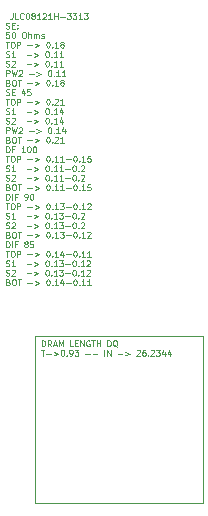
<source format=gbr>
%TF.GenerationSoftware,KiCad,Pcbnew,8.99.0-2767-g6be6680d8c*%
%TF.CreationDate,2024-10-27T19:28:18+01:00*%
%TF.ProjectId,SBC,5342432e-6b69-4636-9164-5f7063625858,rev?*%
%TF.SameCoordinates,Original*%
%TF.FileFunction,Other,User*%
%FSLAX46Y46*%
G04 Gerber Fmt 4.6, Leading zero omitted, Abs format (unit mm)*
G04 Created by KiCad (PCBNEW 8.99.0-2767-g6be6680d8c) date 2024-10-27 19:28:18*
%MOMM*%
%LPD*%
G01*
G04 APERTURE LIST*
%ADD10C,0.100000*%
G04 APERTURE END LIST*
D10*
X144246126Y-72112407D02*
X144246126Y-72469550D01*
X144246126Y-72469550D02*
X144222317Y-72540978D01*
X144222317Y-72540978D02*
X144174698Y-72588598D01*
X144174698Y-72588598D02*
X144103269Y-72612407D01*
X144103269Y-72612407D02*
X144055650Y-72612407D01*
X144722316Y-72612407D02*
X144484221Y-72612407D01*
X144484221Y-72612407D02*
X144484221Y-72112407D01*
X145174697Y-72564788D02*
X145150888Y-72588598D01*
X145150888Y-72588598D02*
X145079459Y-72612407D01*
X145079459Y-72612407D02*
X145031840Y-72612407D01*
X145031840Y-72612407D02*
X144960412Y-72588598D01*
X144960412Y-72588598D02*
X144912793Y-72540978D01*
X144912793Y-72540978D02*
X144888983Y-72493359D01*
X144888983Y-72493359D02*
X144865174Y-72398121D01*
X144865174Y-72398121D02*
X144865174Y-72326693D01*
X144865174Y-72326693D02*
X144888983Y-72231455D01*
X144888983Y-72231455D02*
X144912793Y-72183836D01*
X144912793Y-72183836D02*
X144960412Y-72136217D01*
X144960412Y-72136217D02*
X145031840Y-72112407D01*
X145031840Y-72112407D02*
X145079459Y-72112407D01*
X145079459Y-72112407D02*
X145150888Y-72136217D01*
X145150888Y-72136217D02*
X145174697Y-72160026D01*
X145484221Y-72112407D02*
X145531840Y-72112407D01*
X145531840Y-72112407D02*
X145579459Y-72136217D01*
X145579459Y-72136217D02*
X145603269Y-72160026D01*
X145603269Y-72160026D02*
X145627078Y-72207645D01*
X145627078Y-72207645D02*
X145650888Y-72302883D01*
X145650888Y-72302883D02*
X145650888Y-72421931D01*
X145650888Y-72421931D02*
X145627078Y-72517169D01*
X145627078Y-72517169D02*
X145603269Y-72564788D01*
X145603269Y-72564788D02*
X145579459Y-72588598D01*
X145579459Y-72588598D02*
X145531840Y-72612407D01*
X145531840Y-72612407D02*
X145484221Y-72612407D01*
X145484221Y-72612407D02*
X145436602Y-72588598D01*
X145436602Y-72588598D02*
X145412793Y-72564788D01*
X145412793Y-72564788D02*
X145388983Y-72517169D01*
X145388983Y-72517169D02*
X145365174Y-72421931D01*
X145365174Y-72421931D02*
X145365174Y-72302883D01*
X145365174Y-72302883D02*
X145388983Y-72207645D01*
X145388983Y-72207645D02*
X145412793Y-72160026D01*
X145412793Y-72160026D02*
X145436602Y-72136217D01*
X145436602Y-72136217D02*
X145484221Y-72112407D01*
X145936602Y-72326693D02*
X145888983Y-72302883D01*
X145888983Y-72302883D02*
X145865173Y-72279074D01*
X145865173Y-72279074D02*
X145841364Y-72231455D01*
X145841364Y-72231455D02*
X145841364Y-72207645D01*
X145841364Y-72207645D02*
X145865173Y-72160026D01*
X145865173Y-72160026D02*
X145888983Y-72136217D01*
X145888983Y-72136217D02*
X145936602Y-72112407D01*
X145936602Y-72112407D02*
X146031840Y-72112407D01*
X146031840Y-72112407D02*
X146079459Y-72136217D01*
X146079459Y-72136217D02*
X146103268Y-72160026D01*
X146103268Y-72160026D02*
X146127078Y-72207645D01*
X146127078Y-72207645D02*
X146127078Y-72231455D01*
X146127078Y-72231455D02*
X146103268Y-72279074D01*
X146103268Y-72279074D02*
X146079459Y-72302883D01*
X146079459Y-72302883D02*
X146031840Y-72326693D01*
X146031840Y-72326693D02*
X145936602Y-72326693D01*
X145936602Y-72326693D02*
X145888983Y-72350502D01*
X145888983Y-72350502D02*
X145865173Y-72374312D01*
X145865173Y-72374312D02*
X145841364Y-72421931D01*
X145841364Y-72421931D02*
X145841364Y-72517169D01*
X145841364Y-72517169D02*
X145865173Y-72564788D01*
X145865173Y-72564788D02*
X145888983Y-72588598D01*
X145888983Y-72588598D02*
X145936602Y-72612407D01*
X145936602Y-72612407D02*
X146031840Y-72612407D01*
X146031840Y-72612407D02*
X146079459Y-72588598D01*
X146079459Y-72588598D02*
X146103268Y-72564788D01*
X146103268Y-72564788D02*
X146127078Y-72517169D01*
X146127078Y-72517169D02*
X146127078Y-72421931D01*
X146127078Y-72421931D02*
X146103268Y-72374312D01*
X146103268Y-72374312D02*
X146079459Y-72350502D01*
X146079459Y-72350502D02*
X146031840Y-72326693D01*
X146603268Y-72612407D02*
X146317554Y-72612407D01*
X146460411Y-72612407D02*
X146460411Y-72112407D01*
X146460411Y-72112407D02*
X146412792Y-72183836D01*
X146412792Y-72183836D02*
X146365173Y-72231455D01*
X146365173Y-72231455D02*
X146317554Y-72255264D01*
X146793744Y-72160026D02*
X146817553Y-72136217D01*
X146817553Y-72136217D02*
X146865172Y-72112407D01*
X146865172Y-72112407D02*
X146984220Y-72112407D01*
X146984220Y-72112407D02*
X147031839Y-72136217D01*
X147031839Y-72136217D02*
X147055648Y-72160026D01*
X147055648Y-72160026D02*
X147079458Y-72207645D01*
X147079458Y-72207645D02*
X147079458Y-72255264D01*
X147079458Y-72255264D02*
X147055648Y-72326693D01*
X147055648Y-72326693D02*
X146769934Y-72612407D01*
X146769934Y-72612407D02*
X147079458Y-72612407D01*
X147555648Y-72612407D02*
X147269934Y-72612407D01*
X147412791Y-72612407D02*
X147412791Y-72112407D01*
X147412791Y-72112407D02*
X147365172Y-72183836D01*
X147365172Y-72183836D02*
X147317553Y-72231455D01*
X147317553Y-72231455D02*
X147269934Y-72255264D01*
X147769933Y-72612407D02*
X147769933Y-72112407D01*
X147769933Y-72350502D02*
X148055647Y-72350502D01*
X148055647Y-72612407D02*
X148055647Y-72112407D01*
X148293743Y-72421931D02*
X148674696Y-72421931D01*
X148865172Y-72112407D02*
X149174696Y-72112407D01*
X149174696Y-72112407D02*
X149008029Y-72302883D01*
X149008029Y-72302883D02*
X149079458Y-72302883D01*
X149079458Y-72302883D02*
X149127077Y-72326693D01*
X149127077Y-72326693D02*
X149150886Y-72350502D01*
X149150886Y-72350502D02*
X149174696Y-72398121D01*
X149174696Y-72398121D02*
X149174696Y-72517169D01*
X149174696Y-72517169D02*
X149150886Y-72564788D01*
X149150886Y-72564788D02*
X149127077Y-72588598D01*
X149127077Y-72588598D02*
X149079458Y-72612407D01*
X149079458Y-72612407D02*
X148936601Y-72612407D01*
X148936601Y-72612407D02*
X148888982Y-72588598D01*
X148888982Y-72588598D02*
X148865172Y-72564788D01*
X149341362Y-72112407D02*
X149650886Y-72112407D01*
X149650886Y-72112407D02*
X149484219Y-72302883D01*
X149484219Y-72302883D02*
X149555648Y-72302883D01*
X149555648Y-72302883D02*
X149603267Y-72326693D01*
X149603267Y-72326693D02*
X149627076Y-72350502D01*
X149627076Y-72350502D02*
X149650886Y-72398121D01*
X149650886Y-72398121D02*
X149650886Y-72517169D01*
X149650886Y-72517169D02*
X149627076Y-72564788D01*
X149627076Y-72564788D02*
X149603267Y-72588598D01*
X149603267Y-72588598D02*
X149555648Y-72612407D01*
X149555648Y-72612407D02*
X149412791Y-72612407D01*
X149412791Y-72612407D02*
X149365172Y-72588598D01*
X149365172Y-72588598D02*
X149341362Y-72564788D01*
X150127076Y-72612407D02*
X149841362Y-72612407D01*
X149984219Y-72612407D02*
X149984219Y-72112407D01*
X149984219Y-72112407D02*
X149936600Y-72183836D01*
X149936600Y-72183836D02*
X149888981Y-72231455D01*
X149888981Y-72231455D02*
X149841362Y-72255264D01*
X150293742Y-72112407D02*
X150603266Y-72112407D01*
X150603266Y-72112407D02*
X150436599Y-72302883D01*
X150436599Y-72302883D02*
X150508028Y-72302883D01*
X150508028Y-72302883D02*
X150555647Y-72326693D01*
X150555647Y-72326693D02*
X150579456Y-72350502D01*
X150579456Y-72350502D02*
X150603266Y-72398121D01*
X150603266Y-72398121D02*
X150603266Y-72517169D01*
X150603266Y-72517169D02*
X150579456Y-72564788D01*
X150579456Y-72564788D02*
X150555647Y-72588598D01*
X150555647Y-72588598D02*
X150508028Y-72612407D01*
X150508028Y-72612407D02*
X150365171Y-72612407D01*
X150365171Y-72612407D02*
X150317552Y-72588598D01*
X150317552Y-72588598D02*
X150293742Y-72564788D01*
X143698508Y-73393570D02*
X143769936Y-73417379D01*
X143769936Y-73417379D02*
X143888984Y-73417379D01*
X143888984Y-73417379D02*
X143936603Y-73393570D01*
X143936603Y-73393570D02*
X143960412Y-73369760D01*
X143960412Y-73369760D02*
X143984222Y-73322141D01*
X143984222Y-73322141D02*
X143984222Y-73274522D01*
X143984222Y-73274522D02*
X143960412Y-73226903D01*
X143960412Y-73226903D02*
X143936603Y-73203093D01*
X143936603Y-73203093D02*
X143888984Y-73179284D01*
X143888984Y-73179284D02*
X143793746Y-73155474D01*
X143793746Y-73155474D02*
X143746127Y-73131665D01*
X143746127Y-73131665D02*
X143722317Y-73107855D01*
X143722317Y-73107855D02*
X143698508Y-73060236D01*
X143698508Y-73060236D02*
X143698508Y-73012617D01*
X143698508Y-73012617D02*
X143722317Y-72964998D01*
X143722317Y-72964998D02*
X143746127Y-72941189D01*
X143746127Y-72941189D02*
X143793746Y-72917379D01*
X143793746Y-72917379D02*
X143912793Y-72917379D01*
X143912793Y-72917379D02*
X143984222Y-72941189D01*
X144198507Y-73155474D02*
X144365174Y-73155474D01*
X144436602Y-73417379D02*
X144198507Y-73417379D01*
X144198507Y-73417379D02*
X144198507Y-72917379D01*
X144198507Y-72917379D02*
X144436602Y-72917379D01*
X144650888Y-73369760D02*
X144674698Y-73393570D01*
X144674698Y-73393570D02*
X144650888Y-73417379D01*
X144650888Y-73417379D02*
X144627079Y-73393570D01*
X144627079Y-73393570D02*
X144650888Y-73369760D01*
X144650888Y-73369760D02*
X144650888Y-73417379D01*
X144650888Y-73107855D02*
X144674698Y-73131665D01*
X144674698Y-73131665D02*
X144650888Y-73155474D01*
X144650888Y-73155474D02*
X144627079Y-73131665D01*
X144627079Y-73131665D02*
X144650888Y-73107855D01*
X144650888Y-73107855D02*
X144650888Y-73155474D01*
X143960412Y-73722351D02*
X143722317Y-73722351D01*
X143722317Y-73722351D02*
X143698508Y-73960446D01*
X143698508Y-73960446D02*
X143722317Y-73936637D01*
X143722317Y-73936637D02*
X143769936Y-73912827D01*
X143769936Y-73912827D02*
X143888984Y-73912827D01*
X143888984Y-73912827D02*
X143936603Y-73936637D01*
X143936603Y-73936637D02*
X143960412Y-73960446D01*
X143960412Y-73960446D02*
X143984222Y-74008065D01*
X143984222Y-74008065D02*
X143984222Y-74127113D01*
X143984222Y-74127113D02*
X143960412Y-74174732D01*
X143960412Y-74174732D02*
X143936603Y-74198542D01*
X143936603Y-74198542D02*
X143888984Y-74222351D01*
X143888984Y-74222351D02*
X143769936Y-74222351D01*
X143769936Y-74222351D02*
X143722317Y-74198542D01*
X143722317Y-74198542D02*
X143698508Y-74174732D01*
X144293745Y-73722351D02*
X144341364Y-73722351D01*
X144341364Y-73722351D02*
X144388983Y-73746161D01*
X144388983Y-73746161D02*
X144412793Y-73769970D01*
X144412793Y-73769970D02*
X144436602Y-73817589D01*
X144436602Y-73817589D02*
X144460412Y-73912827D01*
X144460412Y-73912827D02*
X144460412Y-74031875D01*
X144460412Y-74031875D02*
X144436602Y-74127113D01*
X144436602Y-74127113D02*
X144412793Y-74174732D01*
X144412793Y-74174732D02*
X144388983Y-74198542D01*
X144388983Y-74198542D02*
X144341364Y-74222351D01*
X144341364Y-74222351D02*
X144293745Y-74222351D01*
X144293745Y-74222351D02*
X144246126Y-74198542D01*
X144246126Y-74198542D02*
X144222317Y-74174732D01*
X144222317Y-74174732D02*
X144198507Y-74127113D01*
X144198507Y-74127113D02*
X144174698Y-74031875D01*
X144174698Y-74031875D02*
X144174698Y-73912827D01*
X144174698Y-73912827D02*
X144198507Y-73817589D01*
X144198507Y-73817589D02*
X144222317Y-73769970D01*
X144222317Y-73769970D02*
X144246126Y-73746161D01*
X144246126Y-73746161D02*
X144293745Y-73722351D01*
X145150887Y-73722351D02*
X145246125Y-73722351D01*
X145246125Y-73722351D02*
X145293744Y-73746161D01*
X145293744Y-73746161D02*
X145341363Y-73793780D01*
X145341363Y-73793780D02*
X145365173Y-73889018D01*
X145365173Y-73889018D02*
X145365173Y-74055684D01*
X145365173Y-74055684D02*
X145341363Y-74150922D01*
X145341363Y-74150922D02*
X145293744Y-74198542D01*
X145293744Y-74198542D02*
X145246125Y-74222351D01*
X145246125Y-74222351D02*
X145150887Y-74222351D01*
X145150887Y-74222351D02*
X145103268Y-74198542D01*
X145103268Y-74198542D02*
X145055649Y-74150922D01*
X145055649Y-74150922D02*
X145031840Y-74055684D01*
X145031840Y-74055684D02*
X145031840Y-73889018D01*
X145031840Y-73889018D02*
X145055649Y-73793780D01*
X145055649Y-73793780D02*
X145103268Y-73746161D01*
X145103268Y-73746161D02*
X145150887Y-73722351D01*
X145579459Y-74222351D02*
X145579459Y-73722351D01*
X145793745Y-74222351D02*
X145793745Y-73960446D01*
X145793745Y-73960446D02*
X145769935Y-73912827D01*
X145769935Y-73912827D02*
X145722316Y-73889018D01*
X145722316Y-73889018D02*
X145650888Y-73889018D01*
X145650888Y-73889018D02*
X145603269Y-73912827D01*
X145603269Y-73912827D02*
X145579459Y-73936637D01*
X146031840Y-74222351D02*
X146031840Y-73889018D01*
X146031840Y-73936637D02*
X146055650Y-73912827D01*
X146055650Y-73912827D02*
X146103269Y-73889018D01*
X146103269Y-73889018D02*
X146174697Y-73889018D01*
X146174697Y-73889018D02*
X146222316Y-73912827D01*
X146222316Y-73912827D02*
X146246126Y-73960446D01*
X146246126Y-73960446D02*
X146246126Y-74222351D01*
X146246126Y-73960446D02*
X146269935Y-73912827D01*
X146269935Y-73912827D02*
X146317554Y-73889018D01*
X146317554Y-73889018D02*
X146388983Y-73889018D01*
X146388983Y-73889018D02*
X146436602Y-73912827D01*
X146436602Y-73912827D02*
X146460412Y-73960446D01*
X146460412Y-73960446D02*
X146460412Y-74222351D01*
X146674698Y-74198542D02*
X146722317Y-74222351D01*
X146722317Y-74222351D02*
X146817555Y-74222351D01*
X146817555Y-74222351D02*
X146865174Y-74198542D01*
X146865174Y-74198542D02*
X146888983Y-74150922D01*
X146888983Y-74150922D02*
X146888983Y-74127113D01*
X146888983Y-74127113D02*
X146865174Y-74079494D01*
X146865174Y-74079494D02*
X146817555Y-74055684D01*
X146817555Y-74055684D02*
X146746126Y-74055684D01*
X146746126Y-74055684D02*
X146698507Y-74031875D01*
X146698507Y-74031875D02*
X146674698Y-73984256D01*
X146674698Y-73984256D02*
X146674698Y-73960446D01*
X146674698Y-73960446D02*
X146698507Y-73912827D01*
X146698507Y-73912827D02*
X146746126Y-73889018D01*
X146746126Y-73889018D02*
X146817555Y-73889018D01*
X146817555Y-73889018D02*
X146865174Y-73912827D01*
X143650889Y-74527323D02*
X143936603Y-74527323D01*
X143793746Y-75027323D02*
X143793746Y-74527323D01*
X144198507Y-74527323D02*
X144293745Y-74527323D01*
X144293745Y-74527323D02*
X144341364Y-74551133D01*
X144341364Y-74551133D02*
X144388983Y-74598752D01*
X144388983Y-74598752D02*
X144412793Y-74693990D01*
X144412793Y-74693990D02*
X144412793Y-74860656D01*
X144412793Y-74860656D02*
X144388983Y-74955894D01*
X144388983Y-74955894D02*
X144341364Y-75003514D01*
X144341364Y-75003514D02*
X144293745Y-75027323D01*
X144293745Y-75027323D02*
X144198507Y-75027323D01*
X144198507Y-75027323D02*
X144150888Y-75003514D01*
X144150888Y-75003514D02*
X144103269Y-74955894D01*
X144103269Y-74955894D02*
X144079460Y-74860656D01*
X144079460Y-74860656D02*
X144079460Y-74693990D01*
X144079460Y-74693990D02*
X144103269Y-74598752D01*
X144103269Y-74598752D02*
X144150888Y-74551133D01*
X144150888Y-74551133D02*
X144198507Y-74527323D01*
X144627079Y-75027323D02*
X144627079Y-74527323D01*
X144627079Y-74527323D02*
X144817555Y-74527323D01*
X144817555Y-74527323D02*
X144865174Y-74551133D01*
X144865174Y-74551133D02*
X144888984Y-74574942D01*
X144888984Y-74574942D02*
X144912793Y-74622561D01*
X144912793Y-74622561D02*
X144912793Y-74693990D01*
X144912793Y-74693990D02*
X144888984Y-74741609D01*
X144888984Y-74741609D02*
X144865174Y-74765418D01*
X144865174Y-74765418D02*
X144817555Y-74789228D01*
X144817555Y-74789228D02*
X144627079Y-74789228D01*
X145508031Y-74836847D02*
X145888984Y-74836847D01*
X146127079Y-74693990D02*
X146508032Y-74836847D01*
X146508032Y-74836847D02*
X146127079Y-74979704D01*
X147222317Y-74527323D02*
X147269936Y-74527323D01*
X147269936Y-74527323D02*
X147317555Y-74551133D01*
X147317555Y-74551133D02*
X147341365Y-74574942D01*
X147341365Y-74574942D02*
X147365174Y-74622561D01*
X147365174Y-74622561D02*
X147388984Y-74717799D01*
X147388984Y-74717799D02*
X147388984Y-74836847D01*
X147388984Y-74836847D02*
X147365174Y-74932085D01*
X147365174Y-74932085D02*
X147341365Y-74979704D01*
X147341365Y-74979704D02*
X147317555Y-75003514D01*
X147317555Y-75003514D02*
X147269936Y-75027323D01*
X147269936Y-75027323D02*
X147222317Y-75027323D01*
X147222317Y-75027323D02*
X147174698Y-75003514D01*
X147174698Y-75003514D02*
X147150889Y-74979704D01*
X147150889Y-74979704D02*
X147127079Y-74932085D01*
X147127079Y-74932085D02*
X147103270Y-74836847D01*
X147103270Y-74836847D02*
X147103270Y-74717799D01*
X147103270Y-74717799D02*
X147127079Y-74622561D01*
X147127079Y-74622561D02*
X147150889Y-74574942D01*
X147150889Y-74574942D02*
X147174698Y-74551133D01*
X147174698Y-74551133D02*
X147222317Y-74527323D01*
X147603269Y-74979704D02*
X147627079Y-75003514D01*
X147627079Y-75003514D02*
X147603269Y-75027323D01*
X147603269Y-75027323D02*
X147579460Y-75003514D01*
X147579460Y-75003514D02*
X147603269Y-74979704D01*
X147603269Y-74979704D02*
X147603269Y-75027323D01*
X148103269Y-75027323D02*
X147817555Y-75027323D01*
X147960412Y-75027323D02*
X147960412Y-74527323D01*
X147960412Y-74527323D02*
X147912793Y-74598752D01*
X147912793Y-74598752D02*
X147865174Y-74646371D01*
X147865174Y-74646371D02*
X147817555Y-74670180D01*
X148388983Y-74741609D02*
X148341364Y-74717799D01*
X148341364Y-74717799D02*
X148317554Y-74693990D01*
X148317554Y-74693990D02*
X148293745Y-74646371D01*
X148293745Y-74646371D02*
X148293745Y-74622561D01*
X148293745Y-74622561D02*
X148317554Y-74574942D01*
X148317554Y-74574942D02*
X148341364Y-74551133D01*
X148341364Y-74551133D02*
X148388983Y-74527323D01*
X148388983Y-74527323D02*
X148484221Y-74527323D01*
X148484221Y-74527323D02*
X148531840Y-74551133D01*
X148531840Y-74551133D02*
X148555649Y-74574942D01*
X148555649Y-74574942D02*
X148579459Y-74622561D01*
X148579459Y-74622561D02*
X148579459Y-74646371D01*
X148579459Y-74646371D02*
X148555649Y-74693990D01*
X148555649Y-74693990D02*
X148531840Y-74717799D01*
X148531840Y-74717799D02*
X148484221Y-74741609D01*
X148484221Y-74741609D02*
X148388983Y-74741609D01*
X148388983Y-74741609D02*
X148341364Y-74765418D01*
X148341364Y-74765418D02*
X148317554Y-74789228D01*
X148317554Y-74789228D02*
X148293745Y-74836847D01*
X148293745Y-74836847D02*
X148293745Y-74932085D01*
X148293745Y-74932085D02*
X148317554Y-74979704D01*
X148317554Y-74979704D02*
X148341364Y-75003514D01*
X148341364Y-75003514D02*
X148388983Y-75027323D01*
X148388983Y-75027323D02*
X148484221Y-75027323D01*
X148484221Y-75027323D02*
X148531840Y-75003514D01*
X148531840Y-75003514D02*
X148555649Y-74979704D01*
X148555649Y-74979704D02*
X148579459Y-74932085D01*
X148579459Y-74932085D02*
X148579459Y-74836847D01*
X148579459Y-74836847D02*
X148555649Y-74789228D01*
X148555649Y-74789228D02*
X148531840Y-74765418D01*
X148531840Y-74765418D02*
X148484221Y-74741609D01*
X143698508Y-75808486D02*
X143769936Y-75832295D01*
X143769936Y-75832295D02*
X143888984Y-75832295D01*
X143888984Y-75832295D02*
X143936603Y-75808486D01*
X143936603Y-75808486D02*
X143960412Y-75784676D01*
X143960412Y-75784676D02*
X143984222Y-75737057D01*
X143984222Y-75737057D02*
X143984222Y-75689438D01*
X143984222Y-75689438D02*
X143960412Y-75641819D01*
X143960412Y-75641819D02*
X143936603Y-75618009D01*
X143936603Y-75618009D02*
X143888984Y-75594200D01*
X143888984Y-75594200D02*
X143793746Y-75570390D01*
X143793746Y-75570390D02*
X143746127Y-75546581D01*
X143746127Y-75546581D02*
X143722317Y-75522771D01*
X143722317Y-75522771D02*
X143698508Y-75475152D01*
X143698508Y-75475152D02*
X143698508Y-75427533D01*
X143698508Y-75427533D02*
X143722317Y-75379914D01*
X143722317Y-75379914D02*
X143746127Y-75356105D01*
X143746127Y-75356105D02*
X143793746Y-75332295D01*
X143793746Y-75332295D02*
X143912793Y-75332295D01*
X143912793Y-75332295D02*
X143984222Y-75356105D01*
X144460412Y-75832295D02*
X144174698Y-75832295D01*
X144317555Y-75832295D02*
X144317555Y-75332295D01*
X144317555Y-75332295D02*
X144269936Y-75403724D01*
X144269936Y-75403724D02*
X144222317Y-75451343D01*
X144222317Y-75451343D02*
X144174698Y-75475152D01*
X145436601Y-75641819D02*
X145817554Y-75641819D01*
X146055649Y-75498962D02*
X146436602Y-75641819D01*
X146436602Y-75641819D02*
X146055649Y-75784676D01*
X147150887Y-75332295D02*
X147198506Y-75332295D01*
X147198506Y-75332295D02*
X147246125Y-75356105D01*
X147246125Y-75356105D02*
X147269935Y-75379914D01*
X147269935Y-75379914D02*
X147293744Y-75427533D01*
X147293744Y-75427533D02*
X147317554Y-75522771D01*
X147317554Y-75522771D02*
X147317554Y-75641819D01*
X147317554Y-75641819D02*
X147293744Y-75737057D01*
X147293744Y-75737057D02*
X147269935Y-75784676D01*
X147269935Y-75784676D02*
X147246125Y-75808486D01*
X147246125Y-75808486D02*
X147198506Y-75832295D01*
X147198506Y-75832295D02*
X147150887Y-75832295D01*
X147150887Y-75832295D02*
X147103268Y-75808486D01*
X147103268Y-75808486D02*
X147079459Y-75784676D01*
X147079459Y-75784676D02*
X147055649Y-75737057D01*
X147055649Y-75737057D02*
X147031840Y-75641819D01*
X147031840Y-75641819D02*
X147031840Y-75522771D01*
X147031840Y-75522771D02*
X147055649Y-75427533D01*
X147055649Y-75427533D02*
X147079459Y-75379914D01*
X147079459Y-75379914D02*
X147103268Y-75356105D01*
X147103268Y-75356105D02*
X147150887Y-75332295D01*
X147531839Y-75784676D02*
X147555649Y-75808486D01*
X147555649Y-75808486D02*
X147531839Y-75832295D01*
X147531839Y-75832295D02*
X147508030Y-75808486D01*
X147508030Y-75808486D02*
X147531839Y-75784676D01*
X147531839Y-75784676D02*
X147531839Y-75832295D01*
X148031839Y-75832295D02*
X147746125Y-75832295D01*
X147888982Y-75832295D02*
X147888982Y-75332295D01*
X147888982Y-75332295D02*
X147841363Y-75403724D01*
X147841363Y-75403724D02*
X147793744Y-75451343D01*
X147793744Y-75451343D02*
X147746125Y-75475152D01*
X148508029Y-75832295D02*
X148222315Y-75832295D01*
X148365172Y-75832295D02*
X148365172Y-75332295D01*
X148365172Y-75332295D02*
X148317553Y-75403724D01*
X148317553Y-75403724D02*
X148269934Y-75451343D01*
X148269934Y-75451343D02*
X148222315Y-75475152D01*
X143698508Y-76613458D02*
X143769936Y-76637267D01*
X143769936Y-76637267D02*
X143888984Y-76637267D01*
X143888984Y-76637267D02*
X143936603Y-76613458D01*
X143936603Y-76613458D02*
X143960412Y-76589648D01*
X143960412Y-76589648D02*
X143984222Y-76542029D01*
X143984222Y-76542029D02*
X143984222Y-76494410D01*
X143984222Y-76494410D02*
X143960412Y-76446791D01*
X143960412Y-76446791D02*
X143936603Y-76422981D01*
X143936603Y-76422981D02*
X143888984Y-76399172D01*
X143888984Y-76399172D02*
X143793746Y-76375362D01*
X143793746Y-76375362D02*
X143746127Y-76351553D01*
X143746127Y-76351553D02*
X143722317Y-76327743D01*
X143722317Y-76327743D02*
X143698508Y-76280124D01*
X143698508Y-76280124D02*
X143698508Y-76232505D01*
X143698508Y-76232505D02*
X143722317Y-76184886D01*
X143722317Y-76184886D02*
X143746127Y-76161077D01*
X143746127Y-76161077D02*
X143793746Y-76137267D01*
X143793746Y-76137267D02*
X143912793Y-76137267D01*
X143912793Y-76137267D02*
X143984222Y-76161077D01*
X144174698Y-76184886D02*
X144198507Y-76161077D01*
X144198507Y-76161077D02*
X144246126Y-76137267D01*
X144246126Y-76137267D02*
X144365174Y-76137267D01*
X144365174Y-76137267D02*
X144412793Y-76161077D01*
X144412793Y-76161077D02*
X144436602Y-76184886D01*
X144436602Y-76184886D02*
X144460412Y-76232505D01*
X144460412Y-76232505D02*
X144460412Y-76280124D01*
X144460412Y-76280124D02*
X144436602Y-76351553D01*
X144436602Y-76351553D02*
X144150888Y-76637267D01*
X144150888Y-76637267D02*
X144460412Y-76637267D01*
X145436601Y-76446791D02*
X145817554Y-76446791D01*
X146055649Y-76303934D02*
X146436602Y-76446791D01*
X146436602Y-76446791D02*
X146055649Y-76589648D01*
X147150887Y-76137267D02*
X147198506Y-76137267D01*
X147198506Y-76137267D02*
X147246125Y-76161077D01*
X147246125Y-76161077D02*
X147269935Y-76184886D01*
X147269935Y-76184886D02*
X147293744Y-76232505D01*
X147293744Y-76232505D02*
X147317554Y-76327743D01*
X147317554Y-76327743D02*
X147317554Y-76446791D01*
X147317554Y-76446791D02*
X147293744Y-76542029D01*
X147293744Y-76542029D02*
X147269935Y-76589648D01*
X147269935Y-76589648D02*
X147246125Y-76613458D01*
X147246125Y-76613458D02*
X147198506Y-76637267D01*
X147198506Y-76637267D02*
X147150887Y-76637267D01*
X147150887Y-76637267D02*
X147103268Y-76613458D01*
X147103268Y-76613458D02*
X147079459Y-76589648D01*
X147079459Y-76589648D02*
X147055649Y-76542029D01*
X147055649Y-76542029D02*
X147031840Y-76446791D01*
X147031840Y-76446791D02*
X147031840Y-76327743D01*
X147031840Y-76327743D02*
X147055649Y-76232505D01*
X147055649Y-76232505D02*
X147079459Y-76184886D01*
X147079459Y-76184886D02*
X147103268Y-76161077D01*
X147103268Y-76161077D02*
X147150887Y-76137267D01*
X147531839Y-76589648D02*
X147555649Y-76613458D01*
X147555649Y-76613458D02*
X147531839Y-76637267D01*
X147531839Y-76637267D02*
X147508030Y-76613458D01*
X147508030Y-76613458D02*
X147531839Y-76589648D01*
X147531839Y-76589648D02*
X147531839Y-76637267D01*
X148031839Y-76637267D02*
X147746125Y-76637267D01*
X147888982Y-76637267D02*
X147888982Y-76137267D01*
X147888982Y-76137267D02*
X147841363Y-76208696D01*
X147841363Y-76208696D02*
X147793744Y-76256315D01*
X147793744Y-76256315D02*
X147746125Y-76280124D01*
X148508029Y-76637267D02*
X148222315Y-76637267D01*
X148365172Y-76637267D02*
X148365172Y-76137267D01*
X148365172Y-76137267D02*
X148317553Y-76208696D01*
X148317553Y-76208696D02*
X148269934Y-76256315D01*
X148269934Y-76256315D02*
X148222315Y-76280124D01*
X143722317Y-77442239D02*
X143722317Y-76942239D01*
X143722317Y-76942239D02*
X143912793Y-76942239D01*
X143912793Y-76942239D02*
X143960412Y-76966049D01*
X143960412Y-76966049D02*
X143984222Y-76989858D01*
X143984222Y-76989858D02*
X144008031Y-77037477D01*
X144008031Y-77037477D02*
X144008031Y-77108906D01*
X144008031Y-77108906D02*
X143984222Y-77156525D01*
X143984222Y-77156525D02*
X143960412Y-77180334D01*
X143960412Y-77180334D02*
X143912793Y-77204144D01*
X143912793Y-77204144D02*
X143722317Y-77204144D01*
X144174698Y-76942239D02*
X144293746Y-77442239D01*
X144293746Y-77442239D02*
X144388984Y-77085096D01*
X144388984Y-77085096D02*
X144484222Y-77442239D01*
X144484222Y-77442239D02*
X144603270Y-76942239D01*
X144769937Y-76989858D02*
X144793746Y-76966049D01*
X144793746Y-76966049D02*
X144841365Y-76942239D01*
X144841365Y-76942239D02*
X144960413Y-76942239D01*
X144960413Y-76942239D02*
X145008032Y-76966049D01*
X145008032Y-76966049D02*
X145031841Y-76989858D01*
X145031841Y-76989858D02*
X145055651Y-77037477D01*
X145055651Y-77037477D02*
X145055651Y-77085096D01*
X145055651Y-77085096D02*
X145031841Y-77156525D01*
X145031841Y-77156525D02*
X144746127Y-77442239D01*
X144746127Y-77442239D02*
X145055651Y-77442239D01*
X145650888Y-77251763D02*
X146031841Y-77251763D01*
X146269936Y-77108906D02*
X146650889Y-77251763D01*
X146650889Y-77251763D02*
X146269936Y-77394620D01*
X147365174Y-76942239D02*
X147412793Y-76942239D01*
X147412793Y-76942239D02*
X147460412Y-76966049D01*
X147460412Y-76966049D02*
X147484222Y-76989858D01*
X147484222Y-76989858D02*
X147508031Y-77037477D01*
X147508031Y-77037477D02*
X147531841Y-77132715D01*
X147531841Y-77132715D02*
X147531841Y-77251763D01*
X147531841Y-77251763D02*
X147508031Y-77347001D01*
X147508031Y-77347001D02*
X147484222Y-77394620D01*
X147484222Y-77394620D02*
X147460412Y-77418430D01*
X147460412Y-77418430D02*
X147412793Y-77442239D01*
X147412793Y-77442239D02*
X147365174Y-77442239D01*
X147365174Y-77442239D02*
X147317555Y-77418430D01*
X147317555Y-77418430D02*
X147293746Y-77394620D01*
X147293746Y-77394620D02*
X147269936Y-77347001D01*
X147269936Y-77347001D02*
X147246127Y-77251763D01*
X147246127Y-77251763D02*
X147246127Y-77132715D01*
X147246127Y-77132715D02*
X147269936Y-77037477D01*
X147269936Y-77037477D02*
X147293746Y-76989858D01*
X147293746Y-76989858D02*
X147317555Y-76966049D01*
X147317555Y-76966049D02*
X147365174Y-76942239D01*
X147746126Y-77394620D02*
X147769936Y-77418430D01*
X147769936Y-77418430D02*
X147746126Y-77442239D01*
X147746126Y-77442239D02*
X147722317Y-77418430D01*
X147722317Y-77418430D02*
X147746126Y-77394620D01*
X147746126Y-77394620D02*
X147746126Y-77442239D01*
X148246126Y-77442239D02*
X147960412Y-77442239D01*
X148103269Y-77442239D02*
X148103269Y-76942239D01*
X148103269Y-76942239D02*
X148055650Y-77013668D01*
X148055650Y-77013668D02*
X148008031Y-77061287D01*
X148008031Y-77061287D02*
X147960412Y-77085096D01*
X148722316Y-77442239D02*
X148436602Y-77442239D01*
X148579459Y-77442239D02*
X148579459Y-76942239D01*
X148579459Y-76942239D02*
X148531840Y-77013668D01*
X148531840Y-77013668D02*
X148484221Y-77061287D01*
X148484221Y-77061287D02*
X148436602Y-77085096D01*
X143888984Y-77985306D02*
X143960412Y-78009116D01*
X143960412Y-78009116D02*
X143984222Y-78032925D01*
X143984222Y-78032925D02*
X144008031Y-78080544D01*
X144008031Y-78080544D02*
X144008031Y-78151973D01*
X144008031Y-78151973D02*
X143984222Y-78199592D01*
X143984222Y-78199592D02*
X143960412Y-78223402D01*
X143960412Y-78223402D02*
X143912793Y-78247211D01*
X143912793Y-78247211D02*
X143722317Y-78247211D01*
X143722317Y-78247211D02*
X143722317Y-77747211D01*
X143722317Y-77747211D02*
X143888984Y-77747211D01*
X143888984Y-77747211D02*
X143936603Y-77771021D01*
X143936603Y-77771021D02*
X143960412Y-77794830D01*
X143960412Y-77794830D02*
X143984222Y-77842449D01*
X143984222Y-77842449D02*
X143984222Y-77890068D01*
X143984222Y-77890068D02*
X143960412Y-77937687D01*
X143960412Y-77937687D02*
X143936603Y-77961497D01*
X143936603Y-77961497D02*
X143888984Y-77985306D01*
X143888984Y-77985306D02*
X143722317Y-77985306D01*
X144317555Y-77747211D02*
X144412793Y-77747211D01*
X144412793Y-77747211D02*
X144460412Y-77771021D01*
X144460412Y-77771021D02*
X144508031Y-77818640D01*
X144508031Y-77818640D02*
X144531841Y-77913878D01*
X144531841Y-77913878D02*
X144531841Y-78080544D01*
X144531841Y-78080544D02*
X144508031Y-78175782D01*
X144508031Y-78175782D02*
X144460412Y-78223402D01*
X144460412Y-78223402D02*
X144412793Y-78247211D01*
X144412793Y-78247211D02*
X144317555Y-78247211D01*
X144317555Y-78247211D02*
X144269936Y-78223402D01*
X144269936Y-78223402D02*
X144222317Y-78175782D01*
X144222317Y-78175782D02*
X144198508Y-78080544D01*
X144198508Y-78080544D02*
X144198508Y-77913878D01*
X144198508Y-77913878D02*
X144222317Y-77818640D01*
X144222317Y-77818640D02*
X144269936Y-77771021D01*
X144269936Y-77771021D02*
X144317555Y-77747211D01*
X144674699Y-77747211D02*
X144960413Y-77747211D01*
X144817556Y-78247211D02*
X144817556Y-77747211D01*
X145508031Y-78056735D02*
X145888984Y-78056735D01*
X146127079Y-77913878D02*
X146508032Y-78056735D01*
X146508032Y-78056735D02*
X146127079Y-78199592D01*
X147222317Y-77747211D02*
X147269936Y-77747211D01*
X147269936Y-77747211D02*
X147317555Y-77771021D01*
X147317555Y-77771021D02*
X147341365Y-77794830D01*
X147341365Y-77794830D02*
X147365174Y-77842449D01*
X147365174Y-77842449D02*
X147388984Y-77937687D01*
X147388984Y-77937687D02*
X147388984Y-78056735D01*
X147388984Y-78056735D02*
X147365174Y-78151973D01*
X147365174Y-78151973D02*
X147341365Y-78199592D01*
X147341365Y-78199592D02*
X147317555Y-78223402D01*
X147317555Y-78223402D02*
X147269936Y-78247211D01*
X147269936Y-78247211D02*
X147222317Y-78247211D01*
X147222317Y-78247211D02*
X147174698Y-78223402D01*
X147174698Y-78223402D02*
X147150889Y-78199592D01*
X147150889Y-78199592D02*
X147127079Y-78151973D01*
X147127079Y-78151973D02*
X147103270Y-78056735D01*
X147103270Y-78056735D02*
X147103270Y-77937687D01*
X147103270Y-77937687D02*
X147127079Y-77842449D01*
X147127079Y-77842449D02*
X147150889Y-77794830D01*
X147150889Y-77794830D02*
X147174698Y-77771021D01*
X147174698Y-77771021D02*
X147222317Y-77747211D01*
X147603269Y-78199592D02*
X147627079Y-78223402D01*
X147627079Y-78223402D02*
X147603269Y-78247211D01*
X147603269Y-78247211D02*
X147579460Y-78223402D01*
X147579460Y-78223402D02*
X147603269Y-78199592D01*
X147603269Y-78199592D02*
X147603269Y-78247211D01*
X148103269Y-78247211D02*
X147817555Y-78247211D01*
X147960412Y-78247211D02*
X147960412Y-77747211D01*
X147960412Y-77747211D02*
X147912793Y-77818640D01*
X147912793Y-77818640D02*
X147865174Y-77866259D01*
X147865174Y-77866259D02*
X147817555Y-77890068D01*
X148388983Y-77961497D02*
X148341364Y-77937687D01*
X148341364Y-77937687D02*
X148317554Y-77913878D01*
X148317554Y-77913878D02*
X148293745Y-77866259D01*
X148293745Y-77866259D02*
X148293745Y-77842449D01*
X148293745Y-77842449D02*
X148317554Y-77794830D01*
X148317554Y-77794830D02*
X148341364Y-77771021D01*
X148341364Y-77771021D02*
X148388983Y-77747211D01*
X148388983Y-77747211D02*
X148484221Y-77747211D01*
X148484221Y-77747211D02*
X148531840Y-77771021D01*
X148531840Y-77771021D02*
X148555649Y-77794830D01*
X148555649Y-77794830D02*
X148579459Y-77842449D01*
X148579459Y-77842449D02*
X148579459Y-77866259D01*
X148579459Y-77866259D02*
X148555649Y-77913878D01*
X148555649Y-77913878D02*
X148531840Y-77937687D01*
X148531840Y-77937687D02*
X148484221Y-77961497D01*
X148484221Y-77961497D02*
X148388983Y-77961497D01*
X148388983Y-77961497D02*
X148341364Y-77985306D01*
X148341364Y-77985306D02*
X148317554Y-78009116D01*
X148317554Y-78009116D02*
X148293745Y-78056735D01*
X148293745Y-78056735D02*
X148293745Y-78151973D01*
X148293745Y-78151973D02*
X148317554Y-78199592D01*
X148317554Y-78199592D02*
X148341364Y-78223402D01*
X148341364Y-78223402D02*
X148388983Y-78247211D01*
X148388983Y-78247211D02*
X148484221Y-78247211D01*
X148484221Y-78247211D02*
X148531840Y-78223402D01*
X148531840Y-78223402D02*
X148555649Y-78199592D01*
X148555649Y-78199592D02*
X148579459Y-78151973D01*
X148579459Y-78151973D02*
X148579459Y-78056735D01*
X148579459Y-78056735D02*
X148555649Y-78009116D01*
X148555649Y-78009116D02*
X148531840Y-77985306D01*
X148531840Y-77985306D02*
X148484221Y-77961497D01*
X143698508Y-79028374D02*
X143769936Y-79052183D01*
X143769936Y-79052183D02*
X143888984Y-79052183D01*
X143888984Y-79052183D02*
X143936603Y-79028374D01*
X143936603Y-79028374D02*
X143960412Y-79004564D01*
X143960412Y-79004564D02*
X143984222Y-78956945D01*
X143984222Y-78956945D02*
X143984222Y-78909326D01*
X143984222Y-78909326D02*
X143960412Y-78861707D01*
X143960412Y-78861707D02*
X143936603Y-78837897D01*
X143936603Y-78837897D02*
X143888984Y-78814088D01*
X143888984Y-78814088D02*
X143793746Y-78790278D01*
X143793746Y-78790278D02*
X143746127Y-78766469D01*
X143746127Y-78766469D02*
X143722317Y-78742659D01*
X143722317Y-78742659D02*
X143698508Y-78695040D01*
X143698508Y-78695040D02*
X143698508Y-78647421D01*
X143698508Y-78647421D02*
X143722317Y-78599802D01*
X143722317Y-78599802D02*
X143746127Y-78575993D01*
X143746127Y-78575993D02*
X143793746Y-78552183D01*
X143793746Y-78552183D02*
X143912793Y-78552183D01*
X143912793Y-78552183D02*
X143984222Y-78575993D01*
X144198507Y-78790278D02*
X144365174Y-78790278D01*
X144436602Y-79052183D02*
X144198507Y-79052183D01*
X144198507Y-79052183D02*
X144198507Y-78552183D01*
X144198507Y-78552183D02*
X144436602Y-78552183D01*
X145246126Y-78718850D02*
X145246126Y-79052183D01*
X145127078Y-78528374D02*
X145008031Y-78885516D01*
X145008031Y-78885516D02*
X145317554Y-78885516D01*
X145746125Y-78552183D02*
X145508030Y-78552183D01*
X145508030Y-78552183D02*
X145484221Y-78790278D01*
X145484221Y-78790278D02*
X145508030Y-78766469D01*
X145508030Y-78766469D02*
X145555649Y-78742659D01*
X145555649Y-78742659D02*
X145674697Y-78742659D01*
X145674697Y-78742659D02*
X145722316Y-78766469D01*
X145722316Y-78766469D02*
X145746125Y-78790278D01*
X145746125Y-78790278D02*
X145769935Y-78837897D01*
X145769935Y-78837897D02*
X145769935Y-78956945D01*
X145769935Y-78956945D02*
X145746125Y-79004564D01*
X145746125Y-79004564D02*
X145722316Y-79028374D01*
X145722316Y-79028374D02*
X145674697Y-79052183D01*
X145674697Y-79052183D02*
X145555649Y-79052183D01*
X145555649Y-79052183D02*
X145508030Y-79028374D01*
X145508030Y-79028374D02*
X145484221Y-79004564D01*
X143650889Y-79357155D02*
X143936603Y-79357155D01*
X143793746Y-79857155D02*
X143793746Y-79357155D01*
X144198507Y-79357155D02*
X144293745Y-79357155D01*
X144293745Y-79357155D02*
X144341364Y-79380965D01*
X144341364Y-79380965D02*
X144388983Y-79428584D01*
X144388983Y-79428584D02*
X144412793Y-79523822D01*
X144412793Y-79523822D02*
X144412793Y-79690488D01*
X144412793Y-79690488D02*
X144388983Y-79785726D01*
X144388983Y-79785726D02*
X144341364Y-79833346D01*
X144341364Y-79833346D02*
X144293745Y-79857155D01*
X144293745Y-79857155D02*
X144198507Y-79857155D01*
X144198507Y-79857155D02*
X144150888Y-79833346D01*
X144150888Y-79833346D02*
X144103269Y-79785726D01*
X144103269Y-79785726D02*
X144079460Y-79690488D01*
X144079460Y-79690488D02*
X144079460Y-79523822D01*
X144079460Y-79523822D02*
X144103269Y-79428584D01*
X144103269Y-79428584D02*
X144150888Y-79380965D01*
X144150888Y-79380965D02*
X144198507Y-79357155D01*
X144627079Y-79857155D02*
X144627079Y-79357155D01*
X144627079Y-79357155D02*
X144817555Y-79357155D01*
X144817555Y-79357155D02*
X144865174Y-79380965D01*
X144865174Y-79380965D02*
X144888984Y-79404774D01*
X144888984Y-79404774D02*
X144912793Y-79452393D01*
X144912793Y-79452393D02*
X144912793Y-79523822D01*
X144912793Y-79523822D02*
X144888984Y-79571441D01*
X144888984Y-79571441D02*
X144865174Y-79595250D01*
X144865174Y-79595250D02*
X144817555Y-79619060D01*
X144817555Y-79619060D02*
X144627079Y-79619060D01*
X145508031Y-79666679D02*
X145888984Y-79666679D01*
X146127079Y-79523822D02*
X146508032Y-79666679D01*
X146508032Y-79666679D02*
X146127079Y-79809536D01*
X147222317Y-79357155D02*
X147269936Y-79357155D01*
X147269936Y-79357155D02*
X147317555Y-79380965D01*
X147317555Y-79380965D02*
X147341365Y-79404774D01*
X147341365Y-79404774D02*
X147365174Y-79452393D01*
X147365174Y-79452393D02*
X147388984Y-79547631D01*
X147388984Y-79547631D02*
X147388984Y-79666679D01*
X147388984Y-79666679D02*
X147365174Y-79761917D01*
X147365174Y-79761917D02*
X147341365Y-79809536D01*
X147341365Y-79809536D02*
X147317555Y-79833346D01*
X147317555Y-79833346D02*
X147269936Y-79857155D01*
X147269936Y-79857155D02*
X147222317Y-79857155D01*
X147222317Y-79857155D02*
X147174698Y-79833346D01*
X147174698Y-79833346D02*
X147150889Y-79809536D01*
X147150889Y-79809536D02*
X147127079Y-79761917D01*
X147127079Y-79761917D02*
X147103270Y-79666679D01*
X147103270Y-79666679D02*
X147103270Y-79547631D01*
X147103270Y-79547631D02*
X147127079Y-79452393D01*
X147127079Y-79452393D02*
X147150889Y-79404774D01*
X147150889Y-79404774D02*
X147174698Y-79380965D01*
X147174698Y-79380965D02*
X147222317Y-79357155D01*
X147603269Y-79809536D02*
X147627079Y-79833346D01*
X147627079Y-79833346D02*
X147603269Y-79857155D01*
X147603269Y-79857155D02*
X147579460Y-79833346D01*
X147579460Y-79833346D02*
X147603269Y-79809536D01*
X147603269Y-79809536D02*
X147603269Y-79857155D01*
X147817555Y-79404774D02*
X147841364Y-79380965D01*
X147841364Y-79380965D02*
X147888983Y-79357155D01*
X147888983Y-79357155D02*
X148008031Y-79357155D01*
X148008031Y-79357155D02*
X148055650Y-79380965D01*
X148055650Y-79380965D02*
X148079459Y-79404774D01*
X148079459Y-79404774D02*
X148103269Y-79452393D01*
X148103269Y-79452393D02*
X148103269Y-79500012D01*
X148103269Y-79500012D02*
X148079459Y-79571441D01*
X148079459Y-79571441D02*
X147793745Y-79857155D01*
X147793745Y-79857155D02*
X148103269Y-79857155D01*
X148579459Y-79857155D02*
X148293745Y-79857155D01*
X148436602Y-79857155D02*
X148436602Y-79357155D01*
X148436602Y-79357155D02*
X148388983Y-79428584D01*
X148388983Y-79428584D02*
X148341364Y-79476203D01*
X148341364Y-79476203D02*
X148293745Y-79500012D01*
X143698508Y-80638318D02*
X143769936Y-80662127D01*
X143769936Y-80662127D02*
X143888984Y-80662127D01*
X143888984Y-80662127D02*
X143936603Y-80638318D01*
X143936603Y-80638318D02*
X143960412Y-80614508D01*
X143960412Y-80614508D02*
X143984222Y-80566889D01*
X143984222Y-80566889D02*
X143984222Y-80519270D01*
X143984222Y-80519270D02*
X143960412Y-80471651D01*
X143960412Y-80471651D02*
X143936603Y-80447841D01*
X143936603Y-80447841D02*
X143888984Y-80424032D01*
X143888984Y-80424032D02*
X143793746Y-80400222D01*
X143793746Y-80400222D02*
X143746127Y-80376413D01*
X143746127Y-80376413D02*
X143722317Y-80352603D01*
X143722317Y-80352603D02*
X143698508Y-80304984D01*
X143698508Y-80304984D02*
X143698508Y-80257365D01*
X143698508Y-80257365D02*
X143722317Y-80209746D01*
X143722317Y-80209746D02*
X143746127Y-80185937D01*
X143746127Y-80185937D02*
X143793746Y-80162127D01*
X143793746Y-80162127D02*
X143912793Y-80162127D01*
X143912793Y-80162127D02*
X143984222Y-80185937D01*
X144460412Y-80662127D02*
X144174698Y-80662127D01*
X144317555Y-80662127D02*
X144317555Y-80162127D01*
X144317555Y-80162127D02*
X144269936Y-80233556D01*
X144269936Y-80233556D02*
X144222317Y-80281175D01*
X144222317Y-80281175D02*
X144174698Y-80304984D01*
X145436601Y-80471651D02*
X145817554Y-80471651D01*
X146055649Y-80328794D02*
X146436602Y-80471651D01*
X146436602Y-80471651D02*
X146055649Y-80614508D01*
X147150887Y-80162127D02*
X147198506Y-80162127D01*
X147198506Y-80162127D02*
X147246125Y-80185937D01*
X147246125Y-80185937D02*
X147269935Y-80209746D01*
X147269935Y-80209746D02*
X147293744Y-80257365D01*
X147293744Y-80257365D02*
X147317554Y-80352603D01*
X147317554Y-80352603D02*
X147317554Y-80471651D01*
X147317554Y-80471651D02*
X147293744Y-80566889D01*
X147293744Y-80566889D02*
X147269935Y-80614508D01*
X147269935Y-80614508D02*
X147246125Y-80638318D01*
X147246125Y-80638318D02*
X147198506Y-80662127D01*
X147198506Y-80662127D02*
X147150887Y-80662127D01*
X147150887Y-80662127D02*
X147103268Y-80638318D01*
X147103268Y-80638318D02*
X147079459Y-80614508D01*
X147079459Y-80614508D02*
X147055649Y-80566889D01*
X147055649Y-80566889D02*
X147031840Y-80471651D01*
X147031840Y-80471651D02*
X147031840Y-80352603D01*
X147031840Y-80352603D02*
X147055649Y-80257365D01*
X147055649Y-80257365D02*
X147079459Y-80209746D01*
X147079459Y-80209746D02*
X147103268Y-80185937D01*
X147103268Y-80185937D02*
X147150887Y-80162127D01*
X147531839Y-80614508D02*
X147555649Y-80638318D01*
X147555649Y-80638318D02*
X147531839Y-80662127D01*
X147531839Y-80662127D02*
X147508030Y-80638318D01*
X147508030Y-80638318D02*
X147531839Y-80614508D01*
X147531839Y-80614508D02*
X147531839Y-80662127D01*
X148031839Y-80662127D02*
X147746125Y-80662127D01*
X147888982Y-80662127D02*
X147888982Y-80162127D01*
X147888982Y-80162127D02*
X147841363Y-80233556D01*
X147841363Y-80233556D02*
X147793744Y-80281175D01*
X147793744Y-80281175D02*
X147746125Y-80304984D01*
X148460410Y-80328794D02*
X148460410Y-80662127D01*
X148341362Y-80138318D02*
X148222315Y-80495460D01*
X148222315Y-80495460D02*
X148531838Y-80495460D01*
X143698508Y-81443290D02*
X143769936Y-81467099D01*
X143769936Y-81467099D02*
X143888984Y-81467099D01*
X143888984Y-81467099D02*
X143936603Y-81443290D01*
X143936603Y-81443290D02*
X143960412Y-81419480D01*
X143960412Y-81419480D02*
X143984222Y-81371861D01*
X143984222Y-81371861D02*
X143984222Y-81324242D01*
X143984222Y-81324242D02*
X143960412Y-81276623D01*
X143960412Y-81276623D02*
X143936603Y-81252813D01*
X143936603Y-81252813D02*
X143888984Y-81229004D01*
X143888984Y-81229004D02*
X143793746Y-81205194D01*
X143793746Y-81205194D02*
X143746127Y-81181385D01*
X143746127Y-81181385D02*
X143722317Y-81157575D01*
X143722317Y-81157575D02*
X143698508Y-81109956D01*
X143698508Y-81109956D02*
X143698508Y-81062337D01*
X143698508Y-81062337D02*
X143722317Y-81014718D01*
X143722317Y-81014718D02*
X143746127Y-80990909D01*
X143746127Y-80990909D02*
X143793746Y-80967099D01*
X143793746Y-80967099D02*
X143912793Y-80967099D01*
X143912793Y-80967099D02*
X143984222Y-80990909D01*
X144174698Y-81014718D02*
X144198507Y-80990909D01*
X144198507Y-80990909D02*
X144246126Y-80967099D01*
X144246126Y-80967099D02*
X144365174Y-80967099D01*
X144365174Y-80967099D02*
X144412793Y-80990909D01*
X144412793Y-80990909D02*
X144436602Y-81014718D01*
X144436602Y-81014718D02*
X144460412Y-81062337D01*
X144460412Y-81062337D02*
X144460412Y-81109956D01*
X144460412Y-81109956D02*
X144436602Y-81181385D01*
X144436602Y-81181385D02*
X144150888Y-81467099D01*
X144150888Y-81467099D02*
X144460412Y-81467099D01*
X145436601Y-81276623D02*
X145817554Y-81276623D01*
X146055649Y-81133766D02*
X146436602Y-81276623D01*
X146436602Y-81276623D02*
X146055649Y-81419480D01*
X147150887Y-80967099D02*
X147198506Y-80967099D01*
X147198506Y-80967099D02*
X147246125Y-80990909D01*
X147246125Y-80990909D02*
X147269935Y-81014718D01*
X147269935Y-81014718D02*
X147293744Y-81062337D01*
X147293744Y-81062337D02*
X147317554Y-81157575D01*
X147317554Y-81157575D02*
X147317554Y-81276623D01*
X147317554Y-81276623D02*
X147293744Y-81371861D01*
X147293744Y-81371861D02*
X147269935Y-81419480D01*
X147269935Y-81419480D02*
X147246125Y-81443290D01*
X147246125Y-81443290D02*
X147198506Y-81467099D01*
X147198506Y-81467099D02*
X147150887Y-81467099D01*
X147150887Y-81467099D02*
X147103268Y-81443290D01*
X147103268Y-81443290D02*
X147079459Y-81419480D01*
X147079459Y-81419480D02*
X147055649Y-81371861D01*
X147055649Y-81371861D02*
X147031840Y-81276623D01*
X147031840Y-81276623D02*
X147031840Y-81157575D01*
X147031840Y-81157575D02*
X147055649Y-81062337D01*
X147055649Y-81062337D02*
X147079459Y-81014718D01*
X147079459Y-81014718D02*
X147103268Y-80990909D01*
X147103268Y-80990909D02*
X147150887Y-80967099D01*
X147531839Y-81419480D02*
X147555649Y-81443290D01*
X147555649Y-81443290D02*
X147531839Y-81467099D01*
X147531839Y-81467099D02*
X147508030Y-81443290D01*
X147508030Y-81443290D02*
X147531839Y-81419480D01*
X147531839Y-81419480D02*
X147531839Y-81467099D01*
X148031839Y-81467099D02*
X147746125Y-81467099D01*
X147888982Y-81467099D02*
X147888982Y-80967099D01*
X147888982Y-80967099D02*
X147841363Y-81038528D01*
X147841363Y-81038528D02*
X147793744Y-81086147D01*
X147793744Y-81086147D02*
X147746125Y-81109956D01*
X148460410Y-81133766D02*
X148460410Y-81467099D01*
X148341362Y-80943290D02*
X148222315Y-81300432D01*
X148222315Y-81300432D02*
X148531838Y-81300432D01*
X143722317Y-82272071D02*
X143722317Y-81772071D01*
X143722317Y-81772071D02*
X143912793Y-81772071D01*
X143912793Y-81772071D02*
X143960412Y-81795881D01*
X143960412Y-81795881D02*
X143984222Y-81819690D01*
X143984222Y-81819690D02*
X144008031Y-81867309D01*
X144008031Y-81867309D02*
X144008031Y-81938738D01*
X144008031Y-81938738D02*
X143984222Y-81986357D01*
X143984222Y-81986357D02*
X143960412Y-82010166D01*
X143960412Y-82010166D02*
X143912793Y-82033976D01*
X143912793Y-82033976D02*
X143722317Y-82033976D01*
X144174698Y-81772071D02*
X144293746Y-82272071D01*
X144293746Y-82272071D02*
X144388984Y-81914928D01*
X144388984Y-81914928D02*
X144484222Y-82272071D01*
X144484222Y-82272071D02*
X144603270Y-81772071D01*
X144769937Y-81819690D02*
X144793746Y-81795881D01*
X144793746Y-81795881D02*
X144841365Y-81772071D01*
X144841365Y-81772071D02*
X144960413Y-81772071D01*
X144960413Y-81772071D02*
X145008032Y-81795881D01*
X145008032Y-81795881D02*
X145031841Y-81819690D01*
X145031841Y-81819690D02*
X145055651Y-81867309D01*
X145055651Y-81867309D02*
X145055651Y-81914928D01*
X145055651Y-81914928D02*
X145031841Y-81986357D01*
X145031841Y-81986357D02*
X144746127Y-82272071D01*
X144746127Y-82272071D02*
X145055651Y-82272071D01*
X145650888Y-82081595D02*
X146031841Y-82081595D01*
X146269936Y-81938738D02*
X146650889Y-82081595D01*
X146650889Y-82081595D02*
X146269936Y-82224452D01*
X147365174Y-81772071D02*
X147412793Y-81772071D01*
X147412793Y-81772071D02*
X147460412Y-81795881D01*
X147460412Y-81795881D02*
X147484222Y-81819690D01*
X147484222Y-81819690D02*
X147508031Y-81867309D01*
X147508031Y-81867309D02*
X147531841Y-81962547D01*
X147531841Y-81962547D02*
X147531841Y-82081595D01*
X147531841Y-82081595D02*
X147508031Y-82176833D01*
X147508031Y-82176833D02*
X147484222Y-82224452D01*
X147484222Y-82224452D02*
X147460412Y-82248262D01*
X147460412Y-82248262D02*
X147412793Y-82272071D01*
X147412793Y-82272071D02*
X147365174Y-82272071D01*
X147365174Y-82272071D02*
X147317555Y-82248262D01*
X147317555Y-82248262D02*
X147293746Y-82224452D01*
X147293746Y-82224452D02*
X147269936Y-82176833D01*
X147269936Y-82176833D02*
X147246127Y-82081595D01*
X147246127Y-82081595D02*
X147246127Y-81962547D01*
X147246127Y-81962547D02*
X147269936Y-81867309D01*
X147269936Y-81867309D02*
X147293746Y-81819690D01*
X147293746Y-81819690D02*
X147317555Y-81795881D01*
X147317555Y-81795881D02*
X147365174Y-81772071D01*
X147746126Y-82224452D02*
X147769936Y-82248262D01*
X147769936Y-82248262D02*
X147746126Y-82272071D01*
X147746126Y-82272071D02*
X147722317Y-82248262D01*
X147722317Y-82248262D02*
X147746126Y-82224452D01*
X147746126Y-82224452D02*
X147746126Y-82272071D01*
X148246126Y-82272071D02*
X147960412Y-82272071D01*
X148103269Y-82272071D02*
X148103269Y-81772071D01*
X148103269Y-81772071D02*
X148055650Y-81843500D01*
X148055650Y-81843500D02*
X148008031Y-81891119D01*
X148008031Y-81891119D02*
X147960412Y-81914928D01*
X148674697Y-81938738D02*
X148674697Y-82272071D01*
X148555649Y-81748262D02*
X148436602Y-82105404D01*
X148436602Y-82105404D02*
X148746125Y-82105404D01*
X143888984Y-82815138D02*
X143960412Y-82838948D01*
X143960412Y-82838948D02*
X143984222Y-82862757D01*
X143984222Y-82862757D02*
X144008031Y-82910376D01*
X144008031Y-82910376D02*
X144008031Y-82981805D01*
X144008031Y-82981805D02*
X143984222Y-83029424D01*
X143984222Y-83029424D02*
X143960412Y-83053234D01*
X143960412Y-83053234D02*
X143912793Y-83077043D01*
X143912793Y-83077043D02*
X143722317Y-83077043D01*
X143722317Y-83077043D02*
X143722317Y-82577043D01*
X143722317Y-82577043D02*
X143888984Y-82577043D01*
X143888984Y-82577043D02*
X143936603Y-82600853D01*
X143936603Y-82600853D02*
X143960412Y-82624662D01*
X143960412Y-82624662D02*
X143984222Y-82672281D01*
X143984222Y-82672281D02*
X143984222Y-82719900D01*
X143984222Y-82719900D02*
X143960412Y-82767519D01*
X143960412Y-82767519D02*
X143936603Y-82791329D01*
X143936603Y-82791329D02*
X143888984Y-82815138D01*
X143888984Y-82815138D02*
X143722317Y-82815138D01*
X144317555Y-82577043D02*
X144412793Y-82577043D01*
X144412793Y-82577043D02*
X144460412Y-82600853D01*
X144460412Y-82600853D02*
X144508031Y-82648472D01*
X144508031Y-82648472D02*
X144531841Y-82743710D01*
X144531841Y-82743710D02*
X144531841Y-82910376D01*
X144531841Y-82910376D02*
X144508031Y-83005614D01*
X144508031Y-83005614D02*
X144460412Y-83053234D01*
X144460412Y-83053234D02*
X144412793Y-83077043D01*
X144412793Y-83077043D02*
X144317555Y-83077043D01*
X144317555Y-83077043D02*
X144269936Y-83053234D01*
X144269936Y-83053234D02*
X144222317Y-83005614D01*
X144222317Y-83005614D02*
X144198508Y-82910376D01*
X144198508Y-82910376D02*
X144198508Y-82743710D01*
X144198508Y-82743710D02*
X144222317Y-82648472D01*
X144222317Y-82648472D02*
X144269936Y-82600853D01*
X144269936Y-82600853D02*
X144317555Y-82577043D01*
X144674699Y-82577043D02*
X144960413Y-82577043D01*
X144817556Y-83077043D02*
X144817556Y-82577043D01*
X145508031Y-82886567D02*
X145888984Y-82886567D01*
X146127079Y-82743710D02*
X146508032Y-82886567D01*
X146508032Y-82886567D02*
X146127079Y-83029424D01*
X147222317Y-82577043D02*
X147269936Y-82577043D01*
X147269936Y-82577043D02*
X147317555Y-82600853D01*
X147317555Y-82600853D02*
X147341365Y-82624662D01*
X147341365Y-82624662D02*
X147365174Y-82672281D01*
X147365174Y-82672281D02*
X147388984Y-82767519D01*
X147388984Y-82767519D02*
X147388984Y-82886567D01*
X147388984Y-82886567D02*
X147365174Y-82981805D01*
X147365174Y-82981805D02*
X147341365Y-83029424D01*
X147341365Y-83029424D02*
X147317555Y-83053234D01*
X147317555Y-83053234D02*
X147269936Y-83077043D01*
X147269936Y-83077043D02*
X147222317Y-83077043D01*
X147222317Y-83077043D02*
X147174698Y-83053234D01*
X147174698Y-83053234D02*
X147150889Y-83029424D01*
X147150889Y-83029424D02*
X147127079Y-82981805D01*
X147127079Y-82981805D02*
X147103270Y-82886567D01*
X147103270Y-82886567D02*
X147103270Y-82767519D01*
X147103270Y-82767519D02*
X147127079Y-82672281D01*
X147127079Y-82672281D02*
X147150889Y-82624662D01*
X147150889Y-82624662D02*
X147174698Y-82600853D01*
X147174698Y-82600853D02*
X147222317Y-82577043D01*
X147603269Y-83029424D02*
X147627079Y-83053234D01*
X147627079Y-83053234D02*
X147603269Y-83077043D01*
X147603269Y-83077043D02*
X147579460Y-83053234D01*
X147579460Y-83053234D02*
X147603269Y-83029424D01*
X147603269Y-83029424D02*
X147603269Y-83077043D01*
X147817555Y-82624662D02*
X147841364Y-82600853D01*
X147841364Y-82600853D02*
X147888983Y-82577043D01*
X147888983Y-82577043D02*
X148008031Y-82577043D01*
X148008031Y-82577043D02*
X148055650Y-82600853D01*
X148055650Y-82600853D02*
X148079459Y-82624662D01*
X148079459Y-82624662D02*
X148103269Y-82672281D01*
X148103269Y-82672281D02*
X148103269Y-82719900D01*
X148103269Y-82719900D02*
X148079459Y-82791329D01*
X148079459Y-82791329D02*
X147793745Y-83077043D01*
X147793745Y-83077043D02*
X148103269Y-83077043D01*
X148579459Y-83077043D02*
X148293745Y-83077043D01*
X148436602Y-83077043D02*
X148436602Y-82577043D01*
X148436602Y-82577043D02*
X148388983Y-82648472D01*
X148388983Y-82648472D02*
X148341364Y-82696091D01*
X148341364Y-82696091D02*
X148293745Y-82719900D01*
X143722317Y-83882015D02*
X143722317Y-83382015D01*
X143722317Y-83382015D02*
X143841365Y-83382015D01*
X143841365Y-83382015D02*
X143912793Y-83405825D01*
X143912793Y-83405825D02*
X143960412Y-83453444D01*
X143960412Y-83453444D02*
X143984222Y-83501063D01*
X143984222Y-83501063D02*
X144008031Y-83596301D01*
X144008031Y-83596301D02*
X144008031Y-83667729D01*
X144008031Y-83667729D02*
X143984222Y-83762967D01*
X143984222Y-83762967D02*
X143960412Y-83810586D01*
X143960412Y-83810586D02*
X143912793Y-83858206D01*
X143912793Y-83858206D02*
X143841365Y-83882015D01*
X143841365Y-83882015D02*
X143722317Y-83882015D01*
X144388984Y-83620110D02*
X144222317Y-83620110D01*
X144222317Y-83882015D02*
X144222317Y-83382015D01*
X144222317Y-83382015D02*
X144460412Y-83382015D01*
X145293745Y-83882015D02*
X145008031Y-83882015D01*
X145150888Y-83882015D02*
X145150888Y-83382015D01*
X145150888Y-83382015D02*
X145103269Y-83453444D01*
X145103269Y-83453444D02*
X145055650Y-83501063D01*
X145055650Y-83501063D02*
X145008031Y-83524872D01*
X145603268Y-83382015D02*
X145650887Y-83382015D01*
X145650887Y-83382015D02*
X145698506Y-83405825D01*
X145698506Y-83405825D02*
X145722316Y-83429634D01*
X145722316Y-83429634D02*
X145746125Y-83477253D01*
X145746125Y-83477253D02*
X145769935Y-83572491D01*
X145769935Y-83572491D02*
X145769935Y-83691539D01*
X145769935Y-83691539D02*
X145746125Y-83786777D01*
X145746125Y-83786777D02*
X145722316Y-83834396D01*
X145722316Y-83834396D02*
X145698506Y-83858206D01*
X145698506Y-83858206D02*
X145650887Y-83882015D01*
X145650887Y-83882015D02*
X145603268Y-83882015D01*
X145603268Y-83882015D02*
X145555649Y-83858206D01*
X145555649Y-83858206D02*
X145531840Y-83834396D01*
X145531840Y-83834396D02*
X145508030Y-83786777D01*
X145508030Y-83786777D02*
X145484221Y-83691539D01*
X145484221Y-83691539D02*
X145484221Y-83572491D01*
X145484221Y-83572491D02*
X145508030Y-83477253D01*
X145508030Y-83477253D02*
X145531840Y-83429634D01*
X145531840Y-83429634D02*
X145555649Y-83405825D01*
X145555649Y-83405825D02*
X145603268Y-83382015D01*
X146079458Y-83382015D02*
X146127077Y-83382015D01*
X146127077Y-83382015D02*
X146174696Y-83405825D01*
X146174696Y-83405825D02*
X146198506Y-83429634D01*
X146198506Y-83429634D02*
X146222315Y-83477253D01*
X146222315Y-83477253D02*
X146246125Y-83572491D01*
X146246125Y-83572491D02*
X146246125Y-83691539D01*
X146246125Y-83691539D02*
X146222315Y-83786777D01*
X146222315Y-83786777D02*
X146198506Y-83834396D01*
X146198506Y-83834396D02*
X146174696Y-83858206D01*
X146174696Y-83858206D02*
X146127077Y-83882015D01*
X146127077Y-83882015D02*
X146079458Y-83882015D01*
X146079458Y-83882015D02*
X146031839Y-83858206D01*
X146031839Y-83858206D02*
X146008030Y-83834396D01*
X146008030Y-83834396D02*
X145984220Y-83786777D01*
X145984220Y-83786777D02*
X145960411Y-83691539D01*
X145960411Y-83691539D02*
X145960411Y-83572491D01*
X145960411Y-83572491D02*
X145984220Y-83477253D01*
X145984220Y-83477253D02*
X146008030Y-83429634D01*
X146008030Y-83429634D02*
X146031839Y-83405825D01*
X146031839Y-83405825D02*
X146079458Y-83382015D01*
X143650889Y-84186987D02*
X143936603Y-84186987D01*
X143793746Y-84686987D02*
X143793746Y-84186987D01*
X144198507Y-84186987D02*
X144293745Y-84186987D01*
X144293745Y-84186987D02*
X144341364Y-84210797D01*
X144341364Y-84210797D02*
X144388983Y-84258416D01*
X144388983Y-84258416D02*
X144412793Y-84353654D01*
X144412793Y-84353654D02*
X144412793Y-84520320D01*
X144412793Y-84520320D02*
X144388983Y-84615558D01*
X144388983Y-84615558D02*
X144341364Y-84663178D01*
X144341364Y-84663178D02*
X144293745Y-84686987D01*
X144293745Y-84686987D02*
X144198507Y-84686987D01*
X144198507Y-84686987D02*
X144150888Y-84663178D01*
X144150888Y-84663178D02*
X144103269Y-84615558D01*
X144103269Y-84615558D02*
X144079460Y-84520320D01*
X144079460Y-84520320D02*
X144079460Y-84353654D01*
X144079460Y-84353654D02*
X144103269Y-84258416D01*
X144103269Y-84258416D02*
X144150888Y-84210797D01*
X144150888Y-84210797D02*
X144198507Y-84186987D01*
X144627079Y-84686987D02*
X144627079Y-84186987D01*
X144627079Y-84186987D02*
X144817555Y-84186987D01*
X144817555Y-84186987D02*
X144865174Y-84210797D01*
X144865174Y-84210797D02*
X144888984Y-84234606D01*
X144888984Y-84234606D02*
X144912793Y-84282225D01*
X144912793Y-84282225D02*
X144912793Y-84353654D01*
X144912793Y-84353654D02*
X144888984Y-84401273D01*
X144888984Y-84401273D02*
X144865174Y-84425082D01*
X144865174Y-84425082D02*
X144817555Y-84448892D01*
X144817555Y-84448892D02*
X144627079Y-84448892D01*
X145508031Y-84496511D02*
X145888984Y-84496511D01*
X146127079Y-84353654D02*
X146508032Y-84496511D01*
X146508032Y-84496511D02*
X146127079Y-84639368D01*
X147222317Y-84186987D02*
X147269936Y-84186987D01*
X147269936Y-84186987D02*
X147317555Y-84210797D01*
X147317555Y-84210797D02*
X147341365Y-84234606D01*
X147341365Y-84234606D02*
X147365174Y-84282225D01*
X147365174Y-84282225D02*
X147388984Y-84377463D01*
X147388984Y-84377463D02*
X147388984Y-84496511D01*
X147388984Y-84496511D02*
X147365174Y-84591749D01*
X147365174Y-84591749D02*
X147341365Y-84639368D01*
X147341365Y-84639368D02*
X147317555Y-84663178D01*
X147317555Y-84663178D02*
X147269936Y-84686987D01*
X147269936Y-84686987D02*
X147222317Y-84686987D01*
X147222317Y-84686987D02*
X147174698Y-84663178D01*
X147174698Y-84663178D02*
X147150889Y-84639368D01*
X147150889Y-84639368D02*
X147127079Y-84591749D01*
X147127079Y-84591749D02*
X147103270Y-84496511D01*
X147103270Y-84496511D02*
X147103270Y-84377463D01*
X147103270Y-84377463D02*
X147127079Y-84282225D01*
X147127079Y-84282225D02*
X147150889Y-84234606D01*
X147150889Y-84234606D02*
X147174698Y-84210797D01*
X147174698Y-84210797D02*
X147222317Y-84186987D01*
X147603269Y-84639368D02*
X147627079Y-84663178D01*
X147627079Y-84663178D02*
X147603269Y-84686987D01*
X147603269Y-84686987D02*
X147579460Y-84663178D01*
X147579460Y-84663178D02*
X147603269Y-84639368D01*
X147603269Y-84639368D02*
X147603269Y-84686987D01*
X148103269Y-84686987D02*
X147817555Y-84686987D01*
X147960412Y-84686987D02*
X147960412Y-84186987D01*
X147960412Y-84186987D02*
X147912793Y-84258416D01*
X147912793Y-84258416D02*
X147865174Y-84306035D01*
X147865174Y-84306035D02*
X147817555Y-84329844D01*
X148579459Y-84686987D02*
X148293745Y-84686987D01*
X148436602Y-84686987D02*
X148436602Y-84186987D01*
X148436602Y-84186987D02*
X148388983Y-84258416D01*
X148388983Y-84258416D02*
X148341364Y-84306035D01*
X148341364Y-84306035D02*
X148293745Y-84329844D01*
X148793744Y-84496511D02*
X149174697Y-84496511D01*
X149508030Y-84186987D02*
X149555649Y-84186987D01*
X149555649Y-84186987D02*
X149603268Y-84210797D01*
X149603268Y-84210797D02*
X149627078Y-84234606D01*
X149627078Y-84234606D02*
X149650887Y-84282225D01*
X149650887Y-84282225D02*
X149674697Y-84377463D01*
X149674697Y-84377463D02*
X149674697Y-84496511D01*
X149674697Y-84496511D02*
X149650887Y-84591749D01*
X149650887Y-84591749D02*
X149627078Y-84639368D01*
X149627078Y-84639368D02*
X149603268Y-84663178D01*
X149603268Y-84663178D02*
X149555649Y-84686987D01*
X149555649Y-84686987D02*
X149508030Y-84686987D01*
X149508030Y-84686987D02*
X149460411Y-84663178D01*
X149460411Y-84663178D02*
X149436602Y-84639368D01*
X149436602Y-84639368D02*
X149412792Y-84591749D01*
X149412792Y-84591749D02*
X149388983Y-84496511D01*
X149388983Y-84496511D02*
X149388983Y-84377463D01*
X149388983Y-84377463D02*
X149412792Y-84282225D01*
X149412792Y-84282225D02*
X149436602Y-84234606D01*
X149436602Y-84234606D02*
X149460411Y-84210797D01*
X149460411Y-84210797D02*
X149508030Y-84186987D01*
X149888982Y-84639368D02*
X149912792Y-84663178D01*
X149912792Y-84663178D02*
X149888982Y-84686987D01*
X149888982Y-84686987D02*
X149865173Y-84663178D01*
X149865173Y-84663178D02*
X149888982Y-84639368D01*
X149888982Y-84639368D02*
X149888982Y-84686987D01*
X150388982Y-84686987D02*
X150103268Y-84686987D01*
X150246125Y-84686987D02*
X150246125Y-84186987D01*
X150246125Y-84186987D02*
X150198506Y-84258416D01*
X150198506Y-84258416D02*
X150150887Y-84306035D01*
X150150887Y-84306035D02*
X150103268Y-84329844D01*
X150841362Y-84186987D02*
X150603267Y-84186987D01*
X150603267Y-84186987D02*
X150579458Y-84425082D01*
X150579458Y-84425082D02*
X150603267Y-84401273D01*
X150603267Y-84401273D02*
X150650886Y-84377463D01*
X150650886Y-84377463D02*
X150769934Y-84377463D01*
X150769934Y-84377463D02*
X150817553Y-84401273D01*
X150817553Y-84401273D02*
X150841362Y-84425082D01*
X150841362Y-84425082D02*
X150865172Y-84472701D01*
X150865172Y-84472701D02*
X150865172Y-84591749D01*
X150865172Y-84591749D02*
X150841362Y-84639368D01*
X150841362Y-84639368D02*
X150817553Y-84663178D01*
X150817553Y-84663178D02*
X150769934Y-84686987D01*
X150769934Y-84686987D02*
X150650886Y-84686987D01*
X150650886Y-84686987D02*
X150603267Y-84663178D01*
X150603267Y-84663178D02*
X150579458Y-84639368D01*
X143698508Y-85468150D02*
X143769936Y-85491959D01*
X143769936Y-85491959D02*
X143888984Y-85491959D01*
X143888984Y-85491959D02*
X143936603Y-85468150D01*
X143936603Y-85468150D02*
X143960412Y-85444340D01*
X143960412Y-85444340D02*
X143984222Y-85396721D01*
X143984222Y-85396721D02*
X143984222Y-85349102D01*
X143984222Y-85349102D02*
X143960412Y-85301483D01*
X143960412Y-85301483D02*
X143936603Y-85277673D01*
X143936603Y-85277673D02*
X143888984Y-85253864D01*
X143888984Y-85253864D02*
X143793746Y-85230054D01*
X143793746Y-85230054D02*
X143746127Y-85206245D01*
X143746127Y-85206245D02*
X143722317Y-85182435D01*
X143722317Y-85182435D02*
X143698508Y-85134816D01*
X143698508Y-85134816D02*
X143698508Y-85087197D01*
X143698508Y-85087197D02*
X143722317Y-85039578D01*
X143722317Y-85039578D02*
X143746127Y-85015769D01*
X143746127Y-85015769D02*
X143793746Y-84991959D01*
X143793746Y-84991959D02*
X143912793Y-84991959D01*
X143912793Y-84991959D02*
X143984222Y-85015769D01*
X144460412Y-85491959D02*
X144174698Y-85491959D01*
X144317555Y-85491959D02*
X144317555Y-84991959D01*
X144317555Y-84991959D02*
X144269936Y-85063388D01*
X144269936Y-85063388D02*
X144222317Y-85111007D01*
X144222317Y-85111007D02*
X144174698Y-85134816D01*
X145436601Y-85301483D02*
X145817554Y-85301483D01*
X146055649Y-85158626D02*
X146436602Y-85301483D01*
X146436602Y-85301483D02*
X146055649Y-85444340D01*
X147150887Y-84991959D02*
X147198506Y-84991959D01*
X147198506Y-84991959D02*
X147246125Y-85015769D01*
X147246125Y-85015769D02*
X147269935Y-85039578D01*
X147269935Y-85039578D02*
X147293744Y-85087197D01*
X147293744Y-85087197D02*
X147317554Y-85182435D01*
X147317554Y-85182435D02*
X147317554Y-85301483D01*
X147317554Y-85301483D02*
X147293744Y-85396721D01*
X147293744Y-85396721D02*
X147269935Y-85444340D01*
X147269935Y-85444340D02*
X147246125Y-85468150D01*
X147246125Y-85468150D02*
X147198506Y-85491959D01*
X147198506Y-85491959D02*
X147150887Y-85491959D01*
X147150887Y-85491959D02*
X147103268Y-85468150D01*
X147103268Y-85468150D02*
X147079459Y-85444340D01*
X147079459Y-85444340D02*
X147055649Y-85396721D01*
X147055649Y-85396721D02*
X147031840Y-85301483D01*
X147031840Y-85301483D02*
X147031840Y-85182435D01*
X147031840Y-85182435D02*
X147055649Y-85087197D01*
X147055649Y-85087197D02*
X147079459Y-85039578D01*
X147079459Y-85039578D02*
X147103268Y-85015769D01*
X147103268Y-85015769D02*
X147150887Y-84991959D01*
X147531839Y-85444340D02*
X147555649Y-85468150D01*
X147555649Y-85468150D02*
X147531839Y-85491959D01*
X147531839Y-85491959D02*
X147508030Y-85468150D01*
X147508030Y-85468150D02*
X147531839Y-85444340D01*
X147531839Y-85444340D02*
X147531839Y-85491959D01*
X148031839Y-85491959D02*
X147746125Y-85491959D01*
X147888982Y-85491959D02*
X147888982Y-84991959D01*
X147888982Y-84991959D02*
X147841363Y-85063388D01*
X147841363Y-85063388D02*
X147793744Y-85111007D01*
X147793744Y-85111007D02*
X147746125Y-85134816D01*
X148508029Y-85491959D02*
X148222315Y-85491959D01*
X148365172Y-85491959D02*
X148365172Y-84991959D01*
X148365172Y-84991959D02*
X148317553Y-85063388D01*
X148317553Y-85063388D02*
X148269934Y-85111007D01*
X148269934Y-85111007D02*
X148222315Y-85134816D01*
X148722314Y-85301483D02*
X149103267Y-85301483D01*
X149436600Y-84991959D02*
X149484219Y-84991959D01*
X149484219Y-84991959D02*
X149531838Y-85015769D01*
X149531838Y-85015769D02*
X149555648Y-85039578D01*
X149555648Y-85039578D02*
X149579457Y-85087197D01*
X149579457Y-85087197D02*
X149603267Y-85182435D01*
X149603267Y-85182435D02*
X149603267Y-85301483D01*
X149603267Y-85301483D02*
X149579457Y-85396721D01*
X149579457Y-85396721D02*
X149555648Y-85444340D01*
X149555648Y-85444340D02*
X149531838Y-85468150D01*
X149531838Y-85468150D02*
X149484219Y-85491959D01*
X149484219Y-85491959D02*
X149436600Y-85491959D01*
X149436600Y-85491959D02*
X149388981Y-85468150D01*
X149388981Y-85468150D02*
X149365172Y-85444340D01*
X149365172Y-85444340D02*
X149341362Y-85396721D01*
X149341362Y-85396721D02*
X149317553Y-85301483D01*
X149317553Y-85301483D02*
X149317553Y-85182435D01*
X149317553Y-85182435D02*
X149341362Y-85087197D01*
X149341362Y-85087197D02*
X149365172Y-85039578D01*
X149365172Y-85039578D02*
X149388981Y-85015769D01*
X149388981Y-85015769D02*
X149436600Y-84991959D01*
X149817552Y-85444340D02*
X149841362Y-85468150D01*
X149841362Y-85468150D02*
X149817552Y-85491959D01*
X149817552Y-85491959D02*
X149793743Y-85468150D01*
X149793743Y-85468150D02*
X149817552Y-85444340D01*
X149817552Y-85444340D02*
X149817552Y-85491959D01*
X150031838Y-85039578D02*
X150055647Y-85015769D01*
X150055647Y-85015769D02*
X150103266Y-84991959D01*
X150103266Y-84991959D02*
X150222314Y-84991959D01*
X150222314Y-84991959D02*
X150269933Y-85015769D01*
X150269933Y-85015769D02*
X150293742Y-85039578D01*
X150293742Y-85039578D02*
X150317552Y-85087197D01*
X150317552Y-85087197D02*
X150317552Y-85134816D01*
X150317552Y-85134816D02*
X150293742Y-85206245D01*
X150293742Y-85206245D02*
X150008028Y-85491959D01*
X150008028Y-85491959D02*
X150317552Y-85491959D01*
X143698508Y-86273122D02*
X143769936Y-86296931D01*
X143769936Y-86296931D02*
X143888984Y-86296931D01*
X143888984Y-86296931D02*
X143936603Y-86273122D01*
X143936603Y-86273122D02*
X143960412Y-86249312D01*
X143960412Y-86249312D02*
X143984222Y-86201693D01*
X143984222Y-86201693D02*
X143984222Y-86154074D01*
X143984222Y-86154074D02*
X143960412Y-86106455D01*
X143960412Y-86106455D02*
X143936603Y-86082645D01*
X143936603Y-86082645D02*
X143888984Y-86058836D01*
X143888984Y-86058836D02*
X143793746Y-86035026D01*
X143793746Y-86035026D02*
X143746127Y-86011217D01*
X143746127Y-86011217D02*
X143722317Y-85987407D01*
X143722317Y-85987407D02*
X143698508Y-85939788D01*
X143698508Y-85939788D02*
X143698508Y-85892169D01*
X143698508Y-85892169D02*
X143722317Y-85844550D01*
X143722317Y-85844550D02*
X143746127Y-85820741D01*
X143746127Y-85820741D02*
X143793746Y-85796931D01*
X143793746Y-85796931D02*
X143912793Y-85796931D01*
X143912793Y-85796931D02*
X143984222Y-85820741D01*
X144174698Y-85844550D02*
X144198507Y-85820741D01*
X144198507Y-85820741D02*
X144246126Y-85796931D01*
X144246126Y-85796931D02*
X144365174Y-85796931D01*
X144365174Y-85796931D02*
X144412793Y-85820741D01*
X144412793Y-85820741D02*
X144436602Y-85844550D01*
X144436602Y-85844550D02*
X144460412Y-85892169D01*
X144460412Y-85892169D02*
X144460412Y-85939788D01*
X144460412Y-85939788D02*
X144436602Y-86011217D01*
X144436602Y-86011217D02*
X144150888Y-86296931D01*
X144150888Y-86296931D02*
X144460412Y-86296931D01*
X145436601Y-86106455D02*
X145817554Y-86106455D01*
X146055649Y-85963598D02*
X146436602Y-86106455D01*
X146436602Y-86106455D02*
X146055649Y-86249312D01*
X147150887Y-85796931D02*
X147198506Y-85796931D01*
X147198506Y-85796931D02*
X147246125Y-85820741D01*
X147246125Y-85820741D02*
X147269935Y-85844550D01*
X147269935Y-85844550D02*
X147293744Y-85892169D01*
X147293744Y-85892169D02*
X147317554Y-85987407D01*
X147317554Y-85987407D02*
X147317554Y-86106455D01*
X147317554Y-86106455D02*
X147293744Y-86201693D01*
X147293744Y-86201693D02*
X147269935Y-86249312D01*
X147269935Y-86249312D02*
X147246125Y-86273122D01*
X147246125Y-86273122D02*
X147198506Y-86296931D01*
X147198506Y-86296931D02*
X147150887Y-86296931D01*
X147150887Y-86296931D02*
X147103268Y-86273122D01*
X147103268Y-86273122D02*
X147079459Y-86249312D01*
X147079459Y-86249312D02*
X147055649Y-86201693D01*
X147055649Y-86201693D02*
X147031840Y-86106455D01*
X147031840Y-86106455D02*
X147031840Y-85987407D01*
X147031840Y-85987407D02*
X147055649Y-85892169D01*
X147055649Y-85892169D02*
X147079459Y-85844550D01*
X147079459Y-85844550D02*
X147103268Y-85820741D01*
X147103268Y-85820741D02*
X147150887Y-85796931D01*
X147531839Y-86249312D02*
X147555649Y-86273122D01*
X147555649Y-86273122D02*
X147531839Y-86296931D01*
X147531839Y-86296931D02*
X147508030Y-86273122D01*
X147508030Y-86273122D02*
X147531839Y-86249312D01*
X147531839Y-86249312D02*
X147531839Y-86296931D01*
X148031839Y-86296931D02*
X147746125Y-86296931D01*
X147888982Y-86296931D02*
X147888982Y-85796931D01*
X147888982Y-85796931D02*
X147841363Y-85868360D01*
X147841363Y-85868360D02*
X147793744Y-85915979D01*
X147793744Y-85915979D02*
X147746125Y-85939788D01*
X148508029Y-86296931D02*
X148222315Y-86296931D01*
X148365172Y-86296931D02*
X148365172Y-85796931D01*
X148365172Y-85796931D02*
X148317553Y-85868360D01*
X148317553Y-85868360D02*
X148269934Y-85915979D01*
X148269934Y-85915979D02*
X148222315Y-85939788D01*
X148722314Y-86106455D02*
X149103267Y-86106455D01*
X149436600Y-85796931D02*
X149484219Y-85796931D01*
X149484219Y-85796931D02*
X149531838Y-85820741D01*
X149531838Y-85820741D02*
X149555648Y-85844550D01*
X149555648Y-85844550D02*
X149579457Y-85892169D01*
X149579457Y-85892169D02*
X149603267Y-85987407D01*
X149603267Y-85987407D02*
X149603267Y-86106455D01*
X149603267Y-86106455D02*
X149579457Y-86201693D01*
X149579457Y-86201693D02*
X149555648Y-86249312D01*
X149555648Y-86249312D02*
X149531838Y-86273122D01*
X149531838Y-86273122D02*
X149484219Y-86296931D01*
X149484219Y-86296931D02*
X149436600Y-86296931D01*
X149436600Y-86296931D02*
X149388981Y-86273122D01*
X149388981Y-86273122D02*
X149365172Y-86249312D01*
X149365172Y-86249312D02*
X149341362Y-86201693D01*
X149341362Y-86201693D02*
X149317553Y-86106455D01*
X149317553Y-86106455D02*
X149317553Y-85987407D01*
X149317553Y-85987407D02*
X149341362Y-85892169D01*
X149341362Y-85892169D02*
X149365172Y-85844550D01*
X149365172Y-85844550D02*
X149388981Y-85820741D01*
X149388981Y-85820741D02*
X149436600Y-85796931D01*
X149817552Y-86249312D02*
X149841362Y-86273122D01*
X149841362Y-86273122D02*
X149817552Y-86296931D01*
X149817552Y-86296931D02*
X149793743Y-86273122D01*
X149793743Y-86273122D02*
X149817552Y-86249312D01*
X149817552Y-86249312D02*
X149817552Y-86296931D01*
X150031838Y-85844550D02*
X150055647Y-85820741D01*
X150055647Y-85820741D02*
X150103266Y-85796931D01*
X150103266Y-85796931D02*
X150222314Y-85796931D01*
X150222314Y-85796931D02*
X150269933Y-85820741D01*
X150269933Y-85820741D02*
X150293742Y-85844550D01*
X150293742Y-85844550D02*
X150317552Y-85892169D01*
X150317552Y-85892169D02*
X150317552Y-85939788D01*
X150317552Y-85939788D02*
X150293742Y-86011217D01*
X150293742Y-86011217D02*
X150008028Y-86296931D01*
X150008028Y-86296931D02*
X150317552Y-86296931D01*
X143888984Y-86839998D02*
X143960412Y-86863808D01*
X143960412Y-86863808D02*
X143984222Y-86887617D01*
X143984222Y-86887617D02*
X144008031Y-86935236D01*
X144008031Y-86935236D02*
X144008031Y-87006665D01*
X144008031Y-87006665D02*
X143984222Y-87054284D01*
X143984222Y-87054284D02*
X143960412Y-87078094D01*
X143960412Y-87078094D02*
X143912793Y-87101903D01*
X143912793Y-87101903D02*
X143722317Y-87101903D01*
X143722317Y-87101903D02*
X143722317Y-86601903D01*
X143722317Y-86601903D02*
X143888984Y-86601903D01*
X143888984Y-86601903D02*
X143936603Y-86625713D01*
X143936603Y-86625713D02*
X143960412Y-86649522D01*
X143960412Y-86649522D02*
X143984222Y-86697141D01*
X143984222Y-86697141D02*
X143984222Y-86744760D01*
X143984222Y-86744760D02*
X143960412Y-86792379D01*
X143960412Y-86792379D02*
X143936603Y-86816189D01*
X143936603Y-86816189D02*
X143888984Y-86839998D01*
X143888984Y-86839998D02*
X143722317Y-86839998D01*
X144317555Y-86601903D02*
X144412793Y-86601903D01*
X144412793Y-86601903D02*
X144460412Y-86625713D01*
X144460412Y-86625713D02*
X144508031Y-86673332D01*
X144508031Y-86673332D02*
X144531841Y-86768570D01*
X144531841Y-86768570D02*
X144531841Y-86935236D01*
X144531841Y-86935236D02*
X144508031Y-87030474D01*
X144508031Y-87030474D02*
X144460412Y-87078094D01*
X144460412Y-87078094D02*
X144412793Y-87101903D01*
X144412793Y-87101903D02*
X144317555Y-87101903D01*
X144317555Y-87101903D02*
X144269936Y-87078094D01*
X144269936Y-87078094D02*
X144222317Y-87030474D01*
X144222317Y-87030474D02*
X144198508Y-86935236D01*
X144198508Y-86935236D02*
X144198508Y-86768570D01*
X144198508Y-86768570D02*
X144222317Y-86673332D01*
X144222317Y-86673332D02*
X144269936Y-86625713D01*
X144269936Y-86625713D02*
X144317555Y-86601903D01*
X144674699Y-86601903D02*
X144960413Y-86601903D01*
X144817556Y-87101903D02*
X144817556Y-86601903D01*
X145508031Y-86911427D02*
X145888984Y-86911427D01*
X146127079Y-86768570D02*
X146508032Y-86911427D01*
X146508032Y-86911427D02*
X146127079Y-87054284D01*
X147222317Y-86601903D02*
X147269936Y-86601903D01*
X147269936Y-86601903D02*
X147317555Y-86625713D01*
X147317555Y-86625713D02*
X147341365Y-86649522D01*
X147341365Y-86649522D02*
X147365174Y-86697141D01*
X147365174Y-86697141D02*
X147388984Y-86792379D01*
X147388984Y-86792379D02*
X147388984Y-86911427D01*
X147388984Y-86911427D02*
X147365174Y-87006665D01*
X147365174Y-87006665D02*
X147341365Y-87054284D01*
X147341365Y-87054284D02*
X147317555Y-87078094D01*
X147317555Y-87078094D02*
X147269936Y-87101903D01*
X147269936Y-87101903D02*
X147222317Y-87101903D01*
X147222317Y-87101903D02*
X147174698Y-87078094D01*
X147174698Y-87078094D02*
X147150889Y-87054284D01*
X147150889Y-87054284D02*
X147127079Y-87006665D01*
X147127079Y-87006665D02*
X147103270Y-86911427D01*
X147103270Y-86911427D02*
X147103270Y-86792379D01*
X147103270Y-86792379D02*
X147127079Y-86697141D01*
X147127079Y-86697141D02*
X147150889Y-86649522D01*
X147150889Y-86649522D02*
X147174698Y-86625713D01*
X147174698Y-86625713D02*
X147222317Y-86601903D01*
X147603269Y-87054284D02*
X147627079Y-87078094D01*
X147627079Y-87078094D02*
X147603269Y-87101903D01*
X147603269Y-87101903D02*
X147579460Y-87078094D01*
X147579460Y-87078094D02*
X147603269Y-87054284D01*
X147603269Y-87054284D02*
X147603269Y-87101903D01*
X148103269Y-87101903D02*
X147817555Y-87101903D01*
X147960412Y-87101903D02*
X147960412Y-86601903D01*
X147960412Y-86601903D02*
X147912793Y-86673332D01*
X147912793Y-86673332D02*
X147865174Y-86720951D01*
X147865174Y-86720951D02*
X147817555Y-86744760D01*
X148579459Y-87101903D02*
X148293745Y-87101903D01*
X148436602Y-87101903D02*
X148436602Y-86601903D01*
X148436602Y-86601903D02*
X148388983Y-86673332D01*
X148388983Y-86673332D02*
X148341364Y-86720951D01*
X148341364Y-86720951D02*
X148293745Y-86744760D01*
X148793744Y-86911427D02*
X149174697Y-86911427D01*
X149508030Y-86601903D02*
X149555649Y-86601903D01*
X149555649Y-86601903D02*
X149603268Y-86625713D01*
X149603268Y-86625713D02*
X149627078Y-86649522D01*
X149627078Y-86649522D02*
X149650887Y-86697141D01*
X149650887Y-86697141D02*
X149674697Y-86792379D01*
X149674697Y-86792379D02*
X149674697Y-86911427D01*
X149674697Y-86911427D02*
X149650887Y-87006665D01*
X149650887Y-87006665D02*
X149627078Y-87054284D01*
X149627078Y-87054284D02*
X149603268Y-87078094D01*
X149603268Y-87078094D02*
X149555649Y-87101903D01*
X149555649Y-87101903D02*
X149508030Y-87101903D01*
X149508030Y-87101903D02*
X149460411Y-87078094D01*
X149460411Y-87078094D02*
X149436602Y-87054284D01*
X149436602Y-87054284D02*
X149412792Y-87006665D01*
X149412792Y-87006665D02*
X149388983Y-86911427D01*
X149388983Y-86911427D02*
X149388983Y-86792379D01*
X149388983Y-86792379D02*
X149412792Y-86697141D01*
X149412792Y-86697141D02*
X149436602Y-86649522D01*
X149436602Y-86649522D02*
X149460411Y-86625713D01*
X149460411Y-86625713D02*
X149508030Y-86601903D01*
X149888982Y-87054284D02*
X149912792Y-87078094D01*
X149912792Y-87078094D02*
X149888982Y-87101903D01*
X149888982Y-87101903D02*
X149865173Y-87078094D01*
X149865173Y-87078094D02*
X149888982Y-87054284D01*
X149888982Y-87054284D02*
X149888982Y-87101903D01*
X150388982Y-87101903D02*
X150103268Y-87101903D01*
X150246125Y-87101903D02*
X150246125Y-86601903D01*
X150246125Y-86601903D02*
X150198506Y-86673332D01*
X150198506Y-86673332D02*
X150150887Y-86720951D01*
X150150887Y-86720951D02*
X150103268Y-86744760D01*
X150841362Y-86601903D02*
X150603267Y-86601903D01*
X150603267Y-86601903D02*
X150579458Y-86839998D01*
X150579458Y-86839998D02*
X150603267Y-86816189D01*
X150603267Y-86816189D02*
X150650886Y-86792379D01*
X150650886Y-86792379D02*
X150769934Y-86792379D01*
X150769934Y-86792379D02*
X150817553Y-86816189D01*
X150817553Y-86816189D02*
X150841362Y-86839998D01*
X150841362Y-86839998D02*
X150865172Y-86887617D01*
X150865172Y-86887617D02*
X150865172Y-87006665D01*
X150865172Y-87006665D02*
X150841362Y-87054284D01*
X150841362Y-87054284D02*
X150817553Y-87078094D01*
X150817553Y-87078094D02*
X150769934Y-87101903D01*
X150769934Y-87101903D02*
X150650886Y-87101903D01*
X150650886Y-87101903D02*
X150603267Y-87078094D01*
X150603267Y-87078094D02*
X150579458Y-87054284D01*
X143722317Y-87906875D02*
X143722317Y-87406875D01*
X143722317Y-87406875D02*
X143841365Y-87406875D01*
X143841365Y-87406875D02*
X143912793Y-87430685D01*
X143912793Y-87430685D02*
X143960412Y-87478304D01*
X143960412Y-87478304D02*
X143984222Y-87525923D01*
X143984222Y-87525923D02*
X144008031Y-87621161D01*
X144008031Y-87621161D02*
X144008031Y-87692589D01*
X144008031Y-87692589D02*
X143984222Y-87787827D01*
X143984222Y-87787827D02*
X143960412Y-87835446D01*
X143960412Y-87835446D02*
X143912793Y-87883066D01*
X143912793Y-87883066D02*
X143841365Y-87906875D01*
X143841365Y-87906875D02*
X143722317Y-87906875D01*
X144222317Y-87906875D02*
X144222317Y-87406875D01*
X144627079Y-87644970D02*
X144460412Y-87644970D01*
X144460412Y-87906875D02*
X144460412Y-87406875D01*
X144460412Y-87406875D02*
X144698507Y-87406875D01*
X145293745Y-87906875D02*
X145388983Y-87906875D01*
X145388983Y-87906875D02*
X145436602Y-87883066D01*
X145436602Y-87883066D02*
X145460411Y-87859256D01*
X145460411Y-87859256D02*
X145508030Y-87787827D01*
X145508030Y-87787827D02*
X145531840Y-87692589D01*
X145531840Y-87692589D02*
X145531840Y-87502113D01*
X145531840Y-87502113D02*
X145508030Y-87454494D01*
X145508030Y-87454494D02*
X145484221Y-87430685D01*
X145484221Y-87430685D02*
X145436602Y-87406875D01*
X145436602Y-87406875D02*
X145341364Y-87406875D01*
X145341364Y-87406875D02*
X145293745Y-87430685D01*
X145293745Y-87430685D02*
X145269935Y-87454494D01*
X145269935Y-87454494D02*
X145246126Y-87502113D01*
X145246126Y-87502113D02*
X145246126Y-87621161D01*
X145246126Y-87621161D02*
X145269935Y-87668780D01*
X145269935Y-87668780D02*
X145293745Y-87692589D01*
X145293745Y-87692589D02*
X145341364Y-87716399D01*
X145341364Y-87716399D02*
X145436602Y-87716399D01*
X145436602Y-87716399D02*
X145484221Y-87692589D01*
X145484221Y-87692589D02*
X145508030Y-87668780D01*
X145508030Y-87668780D02*
X145531840Y-87621161D01*
X145841363Y-87406875D02*
X145888982Y-87406875D01*
X145888982Y-87406875D02*
X145936601Y-87430685D01*
X145936601Y-87430685D02*
X145960411Y-87454494D01*
X145960411Y-87454494D02*
X145984220Y-87502113D01*
X145984220Y-87502113D02*
X146008030Y-87597351D01*
X146008030Y-87597351D02*
X146008030Y-87716399D01*
X146008030Y-87716399D02*
X145984220Y-87811637D01*
X145984220Y-87811637D02*
X145960411Y-87859256D01*
X145960411Y-87859256D02*
X145936601Y-87883066D01*
X145936601Y-87883066D02*
X145888982Y-87906875D01*
X145888982Y-87906875D02*
X145841363Y-87906875D01*
X145841363Y-87906875D02*
X145793744Y-87883066D01*
X145793744Y-87883066D02*
X145769935Y-87859256D01*
X145769935Y-87859256D02*
X145746125Y-87811637D01*
X145746125Y-87811637D02*
X145722316Y-87716399D01*
X145722316Y-87716399D02*
X145722316Y-87597351D01*
X145722316Y-87597351D02*
X145746125Y-87502113D01*
X145746125Y-87502113D02*
X145769935Y-87454494D01*
X145769935Y-87454494D02*
X145793744Y-87430685D01*
X145793744Y-87430685D02*
X145841363Y-87406875D01*
X143650889Y-88211847D02*
X143936603Y-88211847D01*
X143793746Y-88711847D02*
X143793746Y-88211847D01*
X144198507Y-88211847D02*
X144293745Y-88211847D01*
X144293745Y-88211847D02*
X144341364Y-88235657D01*
X144341364Y-88235657D02*
X144388983Y-88283276D01*
X144388983Y-88283276D02*
X144412793Y-88378514D01*
X144412793Y-88378514D02*
X144412793Y-88545180D01*
X144412793Y-88545180D02*
X144388983Y-88640418D01*
X144388983Y-88640418D02*
X144341364Y-88688038D01*
X144341364Y-88688038D02*
X144293745Y-88711847D01*
X144293745Y-88711847D02*
X144198507Y-88711847D01*
X144198507Y-88711847D02*
X144150888Y-88688038D01*
X144150888Y-88688038D02*
X144103269Y-88640418D01*
X144103269Y-88640418D02*
X144079460Y-88545180D01*
X144079460Y-88545180D02*
X144079460Y-88378514D01*
X144079460Y-88378514D02*
X144103269Y-88283276D01*
X144103269Y-88283276D02*
X144150888Y-88235657D01*
X144150888Y-88235657D02*
X144198507Y-88211847D01*
X144627079Y-88711847D02*
X144627079Y-88211847D01*
X144627079Y-88211847D02*
X144817555Y-88211847D01*
X144817555Y-88211847D02*
X144865174Y-88235657D01*
X144865174Y-88235657D02*
X144888984Y-88259466D01*
X144888984Y-88259466D02*
X144912793Y-88307085D01*
X144912793Y-88307085D02*
X144912793Y-88378514D01*
X144912793Y-88378514D02*
X144888984Y-88426133D01*
X144888984Y-88426133D02*
X144865174Y-88449942D01*
X144865174Y-88449942D02*
X144817555Y-88473752D01*
X144817555Y-88473752D02*
X144627079Y-88473752D01*
X145508031Y-88521371D02*
X145888984Y-88521371D01*
X146127079Y-88378514D02*
X146508032Y-88521371D01*
X146508032Y-88521371D02*
X146127079Y-88664228D01*
X147222317Y-88211847D02*
X147269936Y-88211847D01*
X147269936Y-88211847D02*
X147317555Y-88235657D01*
X147317555Y-88235657D02*
X147341365Y-88259466D01*
X147341365Y-88259466D02*
X147365174Y-88307085D01*
X147365174Y-88307085D02*
X147388984Y-88402323D01*
X147388984Y-88402323D02*
X147388984Y-88521371D01*
X147388984Y-88521371D02*
X147365174Y-88616609D01*
X147365174Y-88616609D02*
X147341365Y-88664228D01*
X147341365Y-88664228D02*
X147317555Y-88688038D01*
X147317555Y-88688038D02*
X147269936Y-88711847D01*
X147269936Y-88711847D02*
X147222317Y-88711847D01*
X147222317Y-88711847D02*
X147174698Y-88688038D01*
X147174698Y-88688038D02*
X147150889Y-88664228D01*
X147150889Y-88664228D02*
X147127079Y-88616609D01*
X147127079Y-88616609D02*
X147103270Y-88521371D01*
X147103270Y-88521371D02*
X147103270Y-88402323D01*
X147103270Y-88402323D02*
X147127079Y-88307085D01*
X147127079Y-88307085D02*
X147150889Y-88259466D01*
X147150889Y-88259466D02*
X147174698Y-88235657D01*
X147174698Y-88235657D02*
X147222317Y-88211847D01*
X147603269Y-88664228D02*
X147627079Y-88688038D01*
X147627079Y-88688038D02*
X147603269Y-88711847D01*
X147603269Y-88711847D02*
X147579460Y-88688038D01*
X147579460Y-88688038D02*
X147603269Y-88664228D01*
X147603269Y-88664228D02*
X147603269Y-88711847D01*
X148103269Y-88711847D02*
X147817555Y-88711847D01*
X147960412Y-88711847D02*
X147960412Y-88211847D01*
X147960412Y-88211847D02*
X147912793Y-88283276D01*
X147912793Y-88283276D02*
X147865174Y-88330895D01*
X147865174Y-88330895D02*
X147817555Y-88354704D01*
X148269935Y-88211847D02*
X148579459Y-88211847D01*
X148579459Y-88211847D02*
X148412792Y-88402323D01*
X148412792Y-88402323D02*
X148484221Y-88402323D01*
X148484221Y-88402323D02*
X148531840Y-88426133D01*
X148531840Y-88426133D02*
X148555649Y-88449942D01*
X148555649Y-88449942D02*
X148579459Y-88497561D01*
X148579459Y-88497561D02*
X148579459Y-88616609D01*
X148579459Y-88616609D02*
X148555649Y-88664228D01*
X148555649Y-88664228D02*
X148531840Y-88688038D01*
X148531840Y-88688038D02*
X148484221Y-88711847D01*
X148484221Y-88711847D02*
X148341364Y-88711847D01*
X148341364Y-88711847D02*
X148293745Y-88688038D01*
X148293745Y-88688038D02*
X148269935Y-88664228D01*
X148793744Y-88521371D02*
X149174697Y-88521371D01*
X149508030Y-88211847D02*
X149555649Y-88211847D01*
X149555649Y-88211847D02*
X149603268Y-88235657D01*
X149603268Y-88235657D02*
X149627078Y-88259466D01*
X149627078Y-88259466D02*
X149650887Y-88307085D01*
X149650887Y-88307085D02*
X149674697Y-88402323D01*
X149674697Y-88402323D02*
X149674697Y-88521371D01*
X149674697Y-88521371D02*
X149650887Y-88616609D01*
X149650887Y-88616609D02*
X149627078Y-88664228D01*
X149627078Y-88664228D02*
X149603268Y-88688038D01*
X149603268Y-88688038D02*
X149555649Y-88711847D01*
X149555649Y-88711847D02*
X149508030Y-88711847D01*
X149508030Y-88711847D02*
X149460411Y-88688038D01*
X149460411Y-88688038D02*
X149436602Y-88664228D01*
X149436602Y-88664228D02*
X149412792Y-88616609D01*
X149412792Y-88616609D02*
X149388983Y-88521371D01*
X149388983Y-88521371D02*
X149388983Y-88402323D01*
X149388983Y-88402323D02*
X149412792Y-88307085D01*
X149412792Y-88307085D02*
X149436602Y-88259466D01*
X149436602Y-88259466D02*
X149460411Y-88235657D01*
X149460411Y-88235657D02*
X149508030Y-88211847D01*
X149888982Y-88664228D02*
X149912792Y-88688038D01*
X149912792Y-88688038D02*
X149888982Y-88711847D01*
X149888982Y-88711847D02*
X149865173Y-88688038D01*
X149865173Y-88688038D02*
X149888982Y-88664228D01*
X149888982Y-88664228D02*
X149888982Y-88711847D01*
X150388982Y-88711847D02*
X150103268Y-88711847D01*
X150246125Y-88711847D02*
X150246125Y-88211847D01*
X150246125Y-88211847D02*
X150198506Y-88283276D01*
X150198506Y-88283276D02*
X150150887Y-88330895D01*
X150150887Y-88330895D02*
X150103268Y-88354704D01*
X150579458Y-88259466D02*
X150603267Y-88235657D01*
X150603267Y-88235657D02*
X150650886Y-88211847D01*
X150650886Y-88211847D02*
X150769934Y-88211847D01*
X150769934Y-88211847D02*
X150817553Y-88235657D01*
X150817553Y-88235657D02*
X150841362Y-88259466D01*
X150841362Y-88259466D02*
X150865172Y-88307085D01*
X150865172Y-88307085D02*
X150865172Y-88354704D01*
X150865172Y-88354704D02*
X150841362Y-88426133D01*
X150841362Y-88426133D02*
X150555648Y-88711847D01*
X150555648Y-88711847D02*
X150865172Y-88711847D01*
X143698508Y-89493010D02*
X143769936Y-89516819D01*
X143769936Y-89516819D02*
X143888984Y-89516819D01*
X143888984Y-89516819D02*
X143936603Y-89493010D01*
X143936603Y-89493010D02*
X143960412Y-89469200D01*
X143960412Y-89469200D02*
X143984222Y-89421581D01*
X143984222Y-89421581D02*
X143984222Y-89373962D01*
X143984222Y-89373962D02*
X143960412Y-89326343D01*
X143960412Y-89326343D02*
X143936603Y-89302533D01*
X143936603Y-89302533D02*
X143888984Y-89278724D01*
X143888984Y-89278724D02*
X143793746Y-89254914D01*
X143793746Y-89254914D02*
X143746127Y-89231105D01*
X143746127Y-89231105D02*
X143722317Y-89207295D01*
X143722317Y-89207295D02*
X143698508Y-89159676D01*
X143698508Y-89159676D02*
X143698508Y-89112057D01*
X143698508Y-89112057D02*
X143722317Y-89064438D01*
X143722317Y-89064438D02*
X143746127Y-89040629D01*
X143746127Y-89040629D02*
X143793746Y-89016819D01*
X143793746Y-89016819D02*
X143912793Y-89016819D01*
X143912793Y-89016819D02*
X143984222Y-89040629D01*
X144460412Y-89516819D02*
X144174698Y-89516819D01*
X144317555Y-89516819D02*
X144317555Y-89016819D01*
X144317555Y-89016819D02*
X144269936Y-89088248D01*
X144269936Y-89088248D02*
X144222317Y-89135867D01*
X144222317Y-89135867D02*
X144174698Y-89159676D01*
X145436601Y-89326343D02*
X145817554Y-89326343D01*
X146055649Y-89183486D02*
X146436602Y-89326343D01*
X146436602Y-89326343D02*
X146055649Y-89469200D01*
X147150887Y-89016819D02*
X147198506Y-89016819D01*
X147198506Y-89016819D02*
X147246125Y-89040629D01*
X147246125Y-89040629D02*
X147269935Y-89064438D01*
X147269935Y-89064438D02*
X147293744Y-89112057D01*
X147293744Y-89112057D02*
X147317554Y-89207295D01*
X147317554Y-89207295D02*
X147317554Y-89326343D01*
X147317554Y-89326343D02*
X147293744Y-89421581D01*
X147293744Y-89421581D02*
X147269935Y-89469200D01*
X147269935Y-89469200D02*
X147246125Y-89493010D01*
X147246125Y-89493010D02*
X147198506Y-89516819D01*
X147198506Y-89516819D02*
X147150887Y-89516819D01*
X147150887Y-89516819D02*
X147103268Y-89493010D01*
X147103268Y-89493010D02*
X147079459Y-89469200D01*
X147079459Y-89469200D02*
X147055649Y-89421581D01*
X147055649Y-89421581D02*
X147031840Y-89326343D01*
X147031840Y-89326343D02*
X147031840Y-89207295D01*
X147031840Y-89207295D02*
X147055649Y-89112057D01*
X147055649Y-89112057D02*
X147079459Y-89064438D01*
X147079459Y-89064438D02*
X147103268Y-89040629D01*
X147103268Y-89040629D02*
X147150887Y-89016819D01*
X147531839Y-89469200D02*
X147555649Y-89493010D01*
X147555649Y-89493010D02*
X147531839Y-89516819D01*
X147531839Y-89516819D02*
X147508030Y-89493010D01*
X147508030Y-89493010D02*
X147531839Y-89469200D01*
X147531839Y-89469200D02*
X147531839Y-89516819D01*
X148031839Y-89516819D02*
X147746125Y-89516819D01*
X147888982Y-89516819D02*
X147888982Y-89016819D01*
X147888982Y-89016819D02*
X147841363Y-89088248D01*
X147841363Y-89088248D02*
X147793744Y-89135867D01*
X147793744Y-89135867D02*
X147746125Y-89159676D01*
X148198505Y-89016819D02*
X148508029Y-89016819D01*
X148508029Y-89016819D02*
X148341362Y-89207295D01*
X148341362Y-89207295D02*
X148412791Y-89207295D01*
X148412791Y-89207295D02*
X148460410Y-89231105D01*
X148460410Y-89231105D02*
X148484219Y-89254914D01*
X148484219Y-89254914D02*
X148508029Y-89302533D01*
X148508029Y-89302533D02*
X148508029Y-89421581D01*
X148508029Y-89421581D02*
X148484219Y-89469200D01*
X148484219Y-89469200D02*
X148460410Y-89493010D01*
X148460410Y-89493010D02*
X148412791Y-89516819D01*
X148412791Y-89516819D02*
X148269934Y-89516819D01*
X148269934Y-89516819D02*
X148222315Y-89493010D01*
X148222315Y-89493010D02*
X148198505Y-89469200D01*
X148722314Y-89326343D02*
X149103267Y-89326343D01*
X149436600Y-89016819D02*
X149484219Y-89016819D01*
X149484219Y-89016819D02*
X149531838Y-89040629D01*
X149531838Y-89040629D02*
X149555648Y-89064438D01*
X149555648Y-89064438D02*
X149579457Y-89112057D01*
X149579457Y-89112057D02*
X149603267Y-89207295D01*
X149603267Y-89207295D02*
X149603267Y-89326343D01*
X149603267Y-89326343D02*
X149579457Y-89421581D01*
X149579457Y-89421581D02*
X149555648Y-89469200D01*
X149555648Y-89469200D02*
X149531838Y-89493010D01*
X149531838Y-89493010D02*
X149484219Y-89516819D01*
X149484219Y-89516819D02*
X149436600Y-89516819D01*
X149436600Y-89516819D02*
X149388981Y-89493010D01*
X149388981Y-89493010D02*
X149365172Y-89469200D01*
X149365172Y-89469200D02*
X149341362Y-89421581D01*
X149341362Y-89421581D02*
X149317553Y-89326343D01*
X149317553Y-89326343D02*
X149317553Y-89207295D01*
X149317553Y-89207295D02*
X149341362Y-89112057D01*
X149341362Y-89112057D02*
X149365172Y-89064438D01*
X149365172Y-89064438D02*
X149388981Y-89040629D01*
X149388981Y-89040629D02*
X149436600Y-89016819D01*
X149817552Y-89469200D02*
X149841362Y-89493010D01*
X149841362Y-89493010D02*
X149817552Y-89516819D01*
X149817552Y-89516819D02*
X149793743Y-89493010D01*
X149793743Y-89493010D02*
X149817552Y-89469200D01*
X149817552Y-89469200D02*
X149817552Y-89516819D01*
X150031838Y-89064438D02*
X150055647Y-89040629D01*
X150055647Y-89040629D02*
X150103266Y-89016819D01*
X150103266Y-89016819D02*
X150222314Y-89016819D01*
X150222314Y-89016819D02*
X150269933Y-89040629D01*
X150269933Y-89040629D02*
X150293742Y-89064438D01*
X150293742Y-89064438D02*
X150317552Y-89112057D01*
X150317552Y-89112057D02*
X150317552Y-89159676D01*
X150317552Y-89159676D02*
X150293742Y-89231105D01*
X150293742Y-89231105D02*
X150008028Y-89516819D01*
X150008028Y-89516819D02*
X150317552Y-89516819D01*
X143698508Y-90297982D02*
X143769936Y-90321791D01*
X143769936Y-90321791D02*
X143888984Y-90321791D01*
X143888984Y-90321791D02*
X143936603Y-90297982D01*
X143936603Y-90297982D02*
X143960412Y-90274172D01*
X143960412Y-90274172D02*
X143984222Y-90226553D01*
X143984222Y-90226553D02*
X143984222Y-90178934D01*
X143984222Y-90178934D02*
X143960412Y-90131315D01*
X143960412Y-90131315D02*
X143936603Y-90107505D01*
X143936603Y-90107505D02*
X143888984Y-90083696D01*
X143888984Y-90083696D02*
X143793746Y-90059886D01*
X143793746Y-90059886D02*
X143746127Y-90036077D01*
X143746127Y-90036077D02*
X143722317Y-90012267D01*
X143722317Y-90012267D02*
X143698508Y-89964648D01*
X143698508Y-89964648D02*
X143698508Y-89917029D01*
X143698508Y-89917029D02*
X143722317Y-89869410D01*
X143722317Y-89869410D02*
X143746127Y-89845601D01*
X143746127Y-89845601D02*
X143793746Y-89821791D01*
X143793746Y-89821791D02*
X143912793Y-89821791D01*
X143912793Y-89821791D02*
X143984222Y-89845601D01*
X144174698Y-89869410D02*
X144198507Y-89845601D01*
X144198507Y-89845601D02*
X144246126Y-89821791D01*
X144246126Y-89821791D02*
X144365174Y-89821791D01*
X144365174Y-89821791D02*
X144412793Y-89845601D01*
X144412793Y-89845601D02*
X144436602Y-89869410D01*
X144436602Y-89869410D02*
X144460412Y-89917029D01*
X144460412Y-89917029D02*
X144460412Y-89964648D01*
X144460412Y-89964648D02*
X144436602Y-90036077D01*
X144436602Y-90036077D02*
X144150888Y-90321791D01*
X144150888Y-90321791D02*
X144460412Y-90321791D01*
X145436601Y-90131315D02*
X145817554Y-90131315D01*
X146055649Y-89988458D02*
X146436602Y-90131315D01*
X146436602Y-90131315D02*
X146055649Y-90274172D01*
X147150887Y-89821791D02*
X147198506Y-89821791D01*
X147198506Y-89821791D02*
X147246125Y-89845601D01*
X147246125Y-89845601D02*
X147269935Y-89869410D01*
X147269935Y-89869410D02*
X147293744Y-89917029D01*
X147293744Y-89917029D02*
X147317554Y-90012267D01*
X147317554Y-90012267D02*
X147317554Y-90131315D01*
X147317554Y-90131315D02*
X147293744Y-90226553D01*
X147293744Y-90226553D02*
X147269935Y-90274172D01*
X147269935Y-90274172D02*
X147246125Y-90297982D01*
X147246125Y-90297982D02*
X147198506Y-90321791D01*
X147198506Y-90321791D02*
X147150887Y-90321791D01*
X147150887Y-90321791D02*
X147103268Y-90297982D01*
X147103268Y-90297982D02*
X147079459Y-90274172D01*
X147079459Y-90274172D02*
X147055649Y-90226553D01*
X147055649Y-90226553D02*
X147031840Y-90131315D01*
X147031840Y-90131315D02*
X147031840Y-90012267D01*
X147031840Y-90012267D02*
X147055649Y-89917029D01*
X147055649Y-89917029D02*
X147079459Y-89869410D01*
X147079459Y-89869410D02*
X147103268Y-89845601D01*
X147103268Y-89845601D02*
X147150887Y-89821791D01*
X147531839Y-90274172D02*
X147555649Y-90297982D01*
X147555649Y-90297982D02*
X147531839Y-90321791D01*
X147531839Y-90321791D02*
X147508030Y-90297982D01*
X147508030Y-90297982D02*
X147531839Y-90274172D01*
X147531839Y-90274172D02*
X147531839Y-90321791D01*
X148031839Y-90321791D02*
X147746125Y-90321791D01*
X147888982Y-90321791D02*
X147888982Y-89821791D01*
X147888982Y-89821791D02*
X147841363Y-89893220D01*
X147841363Y-89893220D02*
X147793744Y-89940839D01*
X147793744Y-89940839D02*
X147746125Y-89964648D01*
X148198505Y-89821791D02*
X148508029Y-89821791D01*
X148508029Y-89821791D02*
X148341362Y-90012267D01*
X148341362Y-90012267D02*
X148412791Y-90012267D01*
X148412791Y-90012267D02*
X148460410Y-90036077D01*
X148460410Y-90036077D02*
X148484219Y-90059886D01*
X148484219Y-90059886D02*
X148508029Y-90107505D01*
X148508029Y-90107505D02*
X148508029Y-90226553D01*
X148508029Y-90226553D02*
X148484219Y-90274172D01*
X148484219Y-90274172D02*
X148460410Y-90297982D01*
X148460410Y-90297982D02*
X148412791Y-90321791D01*
X148412791Y-90321791D02*
X148269934Y-90321791D01*
X148269934Y-90321791D02*
X148222315Y-90297982D01*
X148222315Y-90297982D02*
X148198505Y-90274172D01*
X148722314Y-90131315D02*
X149103267Y-90131315D01*
X149436600Y-89821791D02*
X149484219Y-89821791D01*
X149484219Y-89821791D02*
X149531838Y-89845601D01*
X149531838Y-89845601D02*
X149555648Y-89869410D01*
X149555648Y-89869410D02*
X149579457Y-89917029D01*
X149579457Y-89917029D02*
X149603267Y-90012267D01*
X149603267Y-90012267D02*
X149603267Y-90131315D01*
X149603267Y-90131315D02*
X149579457Y-90226553D01*
X149579457Y-90226553D02*
X149555648Y-90274172D01*
X149555648Y-90274172D02*
X149531838Y-90297982D01*
X149531838Y-90297982D02*
X149484219Y-90321791D01*
X149484219Y-90321791D02*
X149436600Y-90321791D01*
X149436600Y-90321791D02*
X149388981Y-90297982D01*
X149388981Y-90297982D02*
X149365172Y-90274172D01*
X149365172Y-90274172D02*
X149341362Y-90226553D01*
X149341362Y-90226553D02*
X149317553Y-90131315D01*
X149317553Y-90131315D02*
X149317553Y-90012267D01*
X149317553Y-90012267D02*
X149341362Y-89917029D01*
X149341362Y-89917029D02*
X149365172Y-89869410D01*
X149365172Y-89869410D02*
X149388981Y-89845601D01*
X149388981Y-89845601D02*
X149436600Y-89821791D01*
X149817552Y-90274172D02*
X149841362Y-90297982D01*
X149841362Y-90297982D02*
X149817552Y-90321791D01*
X149817552Y-90321791D02*
X149793743Y-90297982D01*
X149793743Y-90297982D02*
X149817552Y-90274172D01*
X149817552Y-90274172D02*
X149817552Y-90321791D01*
X150031838Y-89869410D02*
X150055647Y-89845601D01*
X150055647Y-89845601D02*
X150103266Y-89821791D01*
X150103266Y-89821791D02*
X150222314Y-89821791D01*
X150222314Y-89821791D02*
X150269933Y-89845601D01*
X150269933Y-89845601D02*
X150293742Y-89869410D01*
X150293742Y-89869410D02*
X150317552Y-89917029D01*
X150317552Y-89917029D02*
X150317552Y-89964648D01*
X150317552Y-89964648D02*
X150293742Y-90036077D01*
X150293742Y-90036077D02*
X150008028Y-90321791D01*
X150008028Y-90321791D02*
X150317552Y-90321791D01*
X143888984Y-90864858D02*
X143960412Y-90888668D01*
X143960412Y-90888668D02*
X143984222Y-90912477D01*
X143984222Y-90912477D02*
X144008031Y-90960096D01*
X144008031Y-90960096D02*
X144008031Y-91031525D01*
X144008031Y-91031525D02*
X143984222Y-91079144D01*
X143984222Y-91079144D02*
X143960412Y-91102954D01*
X143960412Y-91102954D02*
X143912793Y-91126763D01*
X143912793Y-91126763D02*
X143722317Y-91126763D01*
X143722317Y-91126763D02*
X143722317Y-90626763D01*
X143722317Y-90626763D02*
X143888984Y-90626763D01*
X143888984Y-90626763D02*
X143936603Y-90650573D01*
X143936603Y-90650573D02*
X143960412Y-90674382D01*
X143960412Y-90674382D02*
X143984222Y-90722001D01*
X143984222Y-90722001D02*
X143984222Y-90769620D01*
X143984222Y-90769620D02*
X143960412Y-90817239D01*
X143960412Y-90817239D02*
X143936603Y-90841049D01*
X143936603Y-90841049D02*
X143888984Y-90864858D01*
X143888984Y-90864858D02*
X143722317Y-90864858D01*
X144317555Y-90626763D02*
X144412793Y-90626763D01*
X144412793Y-90626763D02*
X144460412Y-90650573D01*
X144460412Y-90650573D02*
X144508031Y-90698192D01*
X144508031Y-90698192D02*
X144531841Y-90793430D01*
X144531841Y-90793430D02*
X144531841Y-90960096D01*
X144531841Y-90960096D02*
X144508031Y-91055334D01*
X144508031Y-91055334D02*
X144460412Y-91102954D01*
X144460412Y-91102954D02*
X144412793Y-91126763D01*
X144412793Y-91126763D02*
X144317555Y-91126763D01*
X144317555Y-91126763D02*
X144269936Y-91102954D01*
X144269936Y-91102954D02*
X144222317Y-91055334D01*
X144222317Y-91055334D02*
X144198508Y-90960096D01*
X144198508Y-90960096D02*
X144198508Y-90793430D01*
X144198508Y-90793430D02*
X144222317Y-90698192D01*
X144222317Y-90698192D02*
X144269936Y-90650573D01*
X144269936Y-90650573D02*
X144317555Y-90626763D01*
X144674699Y-90626763D02*
X144960413Y-90626763D01*
X144817556Y-91126763D02*
X144817556Y-90626763D01*
X145508031Y-90936287D02*
X145888984Y-90936287D01*
X146127079Y-90793430D02*
X146508032Y-90936287D01*
X146508032Y-90936287D02*
X146127079Y-91079144D01*
X147222317Y-90626763D02*
X147269936Y-90626763D01*
X147269936Y-90626763D02*
X147317555Y-90650573D01*
X147317555Y-90650573D02*
X147341365Y-90674382D01*
X147341365Y-90674382D02*
X147365174Y-90722001D01*
X147365174Y-90722001D02*
X147388984Y-90817239D01*
X147388984Y-90817239D02*
X147388984Y-90936287D01*
X147388984Y-90936287D02*
X147365174Y-91031525D01*
X147365174Y-91031525D02*
X147341365Y-91079144D01*
X147341365Y-91079144D02*
X147317555Y-91102954D01*
X147317555Y-91102954D02*
X147269936Y-91126763D01*
X147269936Y-91126763D02*
X147222317Y-91126763D01*
X147222317Y-91126763D02*
X147174698Y-91102954D01*
X147174698Y-91102954D02*
X147150889Y-91079144D01*
X147150889Y-91079144D02*
X147127079Y-91031525D01*
X147127079Y-91031525D02*
X147103270Y-90936287D01*
X147103270Y-90936287D02*
X147103270Y-90817239D01*
X147103270Y-90817239D02*
X147127079Y-90722001D01*
X147127079Y-90722001D02*
X147150889Y-90674382D01*
X147150889Y-90674382D02*
X147174698Y-90650573D01*
X147174698Y-90650573D02*
X147222317Y-90626763D01*
X147603269Y-91079144D02*
X147627079Y-91102954D01*
X147627079Y-91102954D02*
X147603269Y-91126763D01*
X147603269Y-91126763D02*
X147579460Y-91102954D01*
X147579460Y-91102954D02*
X147603269Y-91079144D01*
X147603269Y-91079144D02*
X147603269Y-91126763D01*
X148103269Y-91126763D02*
X147817555Y-91126763D01*
X147960412Y-91126763D02*
X147960412Y-90626763D01*
X147960412Y-90626763D02*
X147912793Y-90698192D01*
X147912793Y-90698192D02*
X147865174Y-90745811D01*
X147865174Y-90745811D02*
X147817555Y-90769620D01*
X148269935Y-90626763D02*
X148579459Y-90626763D01*
X148579459Y-90626763D02*
X148412792Y-90817239D01*
X148412792Y-90817239D02*
X148484221Y-90817239D01*
X148484221Y-90817239D02*
X148531840Y-90841049D01*
X148531840Y-90841049D02*
X148555649Y-90864858D01*
X148555649Y-90864858D02*
X148579459Y-90912477D01*
X148579459Y-90912477D02*
X148579459Y-91031525D01*
X148579459Y-91031525D02*
X148555649Y-91079144D01*
X148555649Y-91079144D02*
X148531840Y-91102954D01*
X148531840Y-91102954D02*
X148484221Y-91126763D01*
X148484221Y-91126763D02*
X148341364Y-91126763D01*
X148341364Y-91126763D02*
X148293745Y-91102954D01*
X148293745Y-91102954D02*
X148269935Y-91079144D01*
X148793744Y-90936287D02*
X149174697Y-90936287D01*
X149508030Y-90626763D02*
X149555649Y-90626763D01*
X149555649Y-90626763D02*
X149603268Y-90650573D01*
X149603268Y-90650573D02*
X149627078Y-90674382D01*
X149627078Y-90674382D02*
X149650887Y-90722001D01*
X149650887Y-90722001D02*
X149674697Y-90817239D01*
X149674697Y-90817239D02*
X149674697Y-90936287D01*
X149674697Y-90936287D02*
X149650887Y-91031525D01*
X149650887Y-91031525D02*
X149627078Y-91079144D01*
X149627078Y-91079144D02*
X149603268Y-91102954D01*
X149603268Y-91102954D02*
X149555649Y-91126763D01*
X149555649Y-91126763D02*
X149508030Y-91126763D01*
X149508030Y-91126763D02*
X149460411Y-91102954D01*
X149460411Y-91102954D02*
X149436602Y-91079144D01*
X149436602Y-91079144D02*
X149412792Y-91031525D01*
X149412792Y-91031525D02*
X149388983Y-90936287D01*
X149388983Y-90936287D02*
X149388983Y-90817239D01*
X149388983Y-90817239D02*
X149412792Y-90722001D01*
X149412792Y-90722001D02*
X149436602Y-90674382D01*
X149436602Y-90674382D02*
X149460411Y-90650573D01*
X149460411Y-90650573D02*
X149508030Y-90626763D01*
X149888982Y-91079144D02*
X149912792Y-91102954D01*
X149912792Y-91102954D02*
X149888982Y-91126763D01*
X149888982Y-91126763D02*
X149865173Y-91102954D01*
X149865173Y-91102954D02*
X149888982Y-91079144D01*
X149888982Y-91079144D02*
X149888982Y-91126763D01*
X150388982Y-91126763D02*
X150103268Y-91126763D01*
X150246125Y-91126763D02*
X150246125Y-90626763D01*
X150246125Y-90626763D02*
X150198506Y-90698192D01*
X150198506Y-90698192D02*
X150150887Y-90745811D01*
X150150887Y-90745811D02*
X150103268Y-90769620D01*
X150579458Y-90674382D02*
X150603267Y-90650573D01*
X150603267Y-90650573D02*
X150650886Y-90626763D01*
X150650886Y-90626763D02*
X150769934Y-90626763D01*
X150769934Y-90626763D02*
X150817553Y-90650573D01*
X150817553Y-90650573D02*
X150841362Y-90674382D01*
X150841362Y-90674382D02*
X150865172Y-90722001D01*
X150865172Y-90722001D02*
X150865172Y-90769620D01*
X150865172Y-90769620D02*
X150841362Y-90841049D01*
X150841362Y-90841049D02*
X150555648Y-91126763D01*
X150555648Y-91126763D02*
X150865172Y-91126763D01*
X143722317Y-91931735D02*
X143722317Y-91431735D01*
X143722317Y-91431735D02*
X143841365Y-91431735D01*
X143841365Y-91431735D02*
X143912793Y-91455545D01*
X143912793Y-91455545D02*
X143960412Y-91503164D01*
X143960412Y-91503164D02*
X143984222Y-91550783D01*
X143984222Y-91550783D02*
X144008031Y-91646021D01*
X144008031Y-91646021D02*
X144008031Y-91717449D01*
X144008031Y-91717449D02*
X143984222Y-91812687D01*
X143984222Y-91812687D02*
X143960412Y-91860306D01*
X143960412Y-91860306D02*
X143912793Y-91907926D01*
X143912793Y-91907926D02*
X143841365Y-91931735D01*
X143841365Y-91931735D02*
X143722317Y-91931735D01*
X144222317Y-91931735D02*
X144222317Y-91431735D01*
X144627079Y-91669830D02*
X144460412Y-91669830D01*
X144460412Y-91931735D02*
X144460412Y-91431735D01*
X144460412Y-91431735D02*
X144698507Y-91431735D01*
X145341364Y-91646021D02*
X145293745Y-91622211D01*
X145293745Y-91622211D02*
X145269935Y-91598402D01*
X145269935Y-91598402D02*
X145246126Y-91550783D01*
X145246126Y-91550783D02*
X145246126Y-91526973D01*
X145246126Y-91526973D02*
X145269935Y-91479354D01*
X145269935Y-91479354D02*
X145293745Y-91455545D01*
X145293745Y-91455545D02*
X145341364Y-91431735D01*
X145341364Y-91431735D02*
X145436602Y-91431735D01*
X145436602Y-91431735D02*
X145484221Y-91455545D01*
X145484221Y-91455545D02*
X145508030Y-91479354D01*
X145508030Y-91479354D02*
X145531840Y-91526973D01*
X145531840Y-91526973D02*
X145531840Y-91550783D01*
X145531840Y-91550783D02*
X145508030Y-91598402D01*
X145508030Y-91598402D02*
X145484221Y-91622211D01*
X145484221Y-91622211D02*
X145436602Y-91646021D01*
X145436602Y-91646021D02*
X145341364Y-91646021D01*
X145341364Y-91646021D02*
X145293745Y-91669830D01*
X145293745Y-91669830D02*
X145269935Y-91693640D01*
X145269935Y-91693640D02*
X145246126Y-91741259D01*
X145246126Y-91741259D02*
X145246126Y-91836497D01*
X145246126Y-91836497D02*
X145269935Y-91884116D01*
X145269935Y-91884116D02*
X145293745Y-91907926D01*
X145293745Y-91907926D02*
X145341364Y-91931735D01*
X145341364Y-91931735D02*
X145436602Y-91931735D01*
X145436602Y-91931735D02*
X145484221Y-91907926D01*
X145484221Y-91907926D02*
X145508030Y-91884116D01*
X145508030Y-91884116D02*
X145531840Y-91836497D01*
X145531840Y-91836497D02*
X145531840Y-91741259D01*
X145531840Y-91741259D02*
X145508030Y-91693640D01*
X145508030Y-91693640D02*
X145484221Y-91669830D01*
X145484221Y-91669830D02*
X145436602Y-91646021D01*
X145984220Y-91431735D02*
X145746125Y-91431735D01*
X145746125Y-91431735D02*
X145722316Y-91669830D01*
X145722316Y-91669830D02*
X145746125Y-91646021D01*
X145746125Y-91646021D02*
X145793744Y-91622211D01*
X145793744Y-91622211D02*
X145912792Y-91622211D01*
X145912792Y-91622211D02*
X145960411Y-91646021D01*
X145960411Y-91646021D02*
X145984220Y-91669830D01*
X145984220Y-91669830D02*
X146008030Y-91717449D01*
X146008030Y-91717449D02*
X146008030Y-91836497D01*
X146008030Y-91836497D02*
X145984220Y-91884116D01*
X145984220Y-91884116D02*
X145960411Y-91907926D01*
X145960411Y-91907926D02*
X145912792Y-91931735D01*
X145912792Y-91931735D02*
X145793744Y-91931735D01*
X145793744Y-91931735D02*
X145746125Y-91907926D01*
X145746125Y-91907926D02*
X145722316Y-91884116D01*
X143650889Y-92236707D02*
X143936603Y-92236707D01*
X143793746Y-92736707D02*
X143793746Y-92236707D01*
X144198507Y-92236707D02*
X144293745Y-92236707D01*
X144293745Y-92236707D02*
X144341364Y-92260517D01*
X144341364Y-92260517D02*
X144388983Y-92308136D01*
X144388983Y-92308136D02*
X144412793Y-92403374D01*
X144412793Y-92403374D02*
X144412793Y-92570040D01*
X144412793Y-92570040D02*
X144388983Y-92665278D01*
X144388983Y-92665278D02*
X144341364Y-92712898D01*
X144341364Y-92712898D02*
X144293745Y-92736707D01*
X144293745Y-92736707D02*
X144198507Y-92736707D01*
X144198507Y-92736707D02*
X144150888Y-92712898D01*
X144150888Y-92712898D02*
X144103269Y-92665278D01*
X144103269Y-92665278D02*
X144079460Y-92570040D01*
X144079460Y-92570040D02*
X144079460Y-92403374D01*
X144079460Y-92403374D02*
X144103269Y-92308136D01*
X144103269Y-92308136D02*
X144150888Y-92260517D01*
X144150888Y-92260517D02*
X144198507Y-92236707D01*
X144627079Y-92736707D02*
X144627079Y-92236707D01*
X144627079Y-92236707D02*
X144817555Y-92236707D01*
X144817555Y-92236707D02*
X144865174Y-92260517D01*
X144865174Y-92260517D02*
X144888984Y-92284326D01*
X144888984Y-92284326D02*
X144912793Y-92331945D01*
X144912793Y-92331945D02*
X144912793Y-92403374D01*
X144912793Y-92403374D02*
X144888984Y-92450993D01*
X144888984Y-92450993D02*
X144865174Y-92474802D01*
X144865174Y-92474802D02*
X144817555Y-92498612D01*
X144817555Y-92498612D02*
X144627079Y-92498612D01*
X145508031Y-92546231D02*
X145888984Y-92546231D01*
X146127079Y-92403374D02*
X146508032Y-92546231D01*
X146508032Y-92546231D02*
X146127079Y-92689088D01*
X147222317Y-92236707D02*
X147269936Y-92236707D01*
X147269936Y-92236707D02*
X147317555Y-92260517D01*
X147317555Y-92260517D02*
X147341365Y-92284326D01*
X147341365Y-92284326D02*
X147365174Y-92331945D01*
X147365174Y-92331945D02*
X147388984Y-92427183D01*
X147388984Y-92427183D02*
X147388984Y-92546231D01*
X147388984Y-92546231D02*
X147365174Y-92641469D01*
X147365174Y-92641469D02*
X147341365Y-92689088D01*
X147341365Y-92689088D02*
X147317555Y-92712898D01*
X147317555Y-92712898D02*
X147269936Y-92736707D01*
X147269936Y-92736707D02*
X147222317Y-92736707D01*
X147222317Y-92736707D02*
X147174698Y-92712898D01*
X147174698Y-92712898D02*
X147150889Y-92689088D01*
X147150889Y-92689088D02*
X147127079Y-92641469D01*
X147127079Y-92641469D02*
X147103270Y-92546231D01*
X147103270Y-92546231D02*
X147103270Y-92427183D01*
X147103270Y-92427183D02*
X147127079Y-92331945D01*
X147127079Y-92331945D02*
X147150889Y-92284326D01*
X147150889Y-92284326D02*
X147174698Y-92260517D01*
X147174698Y-92260517D02*
X147222317Y-92236707D01*
X147603269Y-92689088D02*
X147627079Y-92712898D01*
X147627079Y-92712898D02*
X147603269Y-92736707D01*
X147603269Y-92736707D02*
X147579460Y-92712898D01*
X147579460Y-92712898D02*
X147603269Y-92689088D01*
X147603269Y-92689088D02*
X147603269Y-92736707D01*
X148103269Y-92736707D02*
X147817555Y-92736707D01*
X147960412Y-92736707D02*
X147960412Y-92236707D01*
X147960412Y-92236707D02*
X147912793Y-92308136D01*
X147912793Y-92308136D02*
X147865174Y-92355755D01*
X147865174Y-92355755D02*
X147817555Y-92379564D01*
X148531840Y-92403374D02*
X148531840Y-92736707D01*
X148412792Y-92212898D02*
X148293745Y-92570040D01*
X148293745Y-92570040D02*
X148603268Y-92570040D01*
X148793744Y-92546231D02*
X149174697Y-92546231D01*
X149508030Y-92236707D02*
X149555649Y-92236707D01*
X149555649Y-92236707D02*
X149603268Y-92260517D01*
X149603268Y-92260517D02*
X149627078Y-92284326D01*
X149627078Y-92284326D02*
X149650887Y-92331945D01*
X149650887Y-92331945D02*
X149674697Y-92427183D01*
X149674697Y-92427183D02*
X149674697Y-92546231D01*
X149674697Y-92546231D02*
X149650887Y-92641469D01*
X149650887Y-92641469D02*
X149627078Y-92689088D01*
X149627078Y-92689088D02*
X149603268Y-92712898D01*
X149603268Y-92712898D02*
X149555649Y-92736707D01*
X149555649Y-92736707D02*
X149508030Y-92736707D01*
X149508030Y-92736707D02*
X149460411Y-92712898D01*
X149460411Y-92712898D02*
X149436602Y-92689088D01*
X149436602Y-92689088D02*
X149412792Y-92641469D01*
X149412792Y-92641469D02*
X149388983Y-92546231D01*
X149388983Y-92546231D02*
X149388983Y-92427183D01*
X149388983Y-92427183D02*
X149412792Y-92331945D01*
X149412792Y-92331945D02*
X149436602Y-92284326D01*
X149436602Y-92284326D02*
X149460411Y-92260517D01*
X149460411Y-92260517D02*
X149508030Y-92236707D01*
X149888982Y-92689088D02*
X149912792Y-92712898D01*
X149912792Y-92712898D02*
X149888982Y-92736707D01*
X149888982Y-92736707D02*
X149865173Y-92712898D01*
X149865173Y-92712898D02*
X149888982Y-92689088D01*
X149888982Y-92689088D02*
X149888982Y-92736707D01*
X150388982Y-92736707D02*
X150103268Y-92736707D01*
X150246125Y-92736707D02*
X150246125Y-92236707D01*
X150246125Y-92236707D02*
X150198506Y-92308136D01*
X150198506Y-92308136D02*
X150150887Y-92355755D01*
X150150887Y-92355755D02*
X150103268Y-92379564D01*
X150865172Y-92736707D02*
X150579458Y-92736707D01*
X150722315Y-92736707D02*
X150722315Y-92236707D01*
X150722315Y-92236707D02*
X150674696Y-92308136D01*
X150674696Y-92308136D02*
X150627077Y-92355755D01*
X150627077Y-92355755D02*
X150579458Y-92379564D01*
X143698508Y-93517870D02*
X143769936Y-93541679D01*
X143769936Y-93541679D02*
X143888984Y-93541679D01*
X143888984Y-93541679D02*
X143936603Y-93517870D01*
X143936603Y-93517870D02*
X143960412Y-93494060D01*
X143960412Y-93494060D02*
X143984222Y-93446441D01*
X143984222Y-93446441D02*
X143984222Y-93398822D01*
X143984222Y-93398822D02*
X143960412Y-93351203D01*
X143960412Y-93351203D02*
X143936603Y-93327393D01*
X143936603Y-93327393D02*
X143888984Y-93303584D01*
X143888984Y-93303584D02*
X143793746Y-93279774D01*
X143793746Y-93279774D02*
X143746127Y-93255965D01*
X143746127Y-93255965D02*
X143722317Y-93232155D01*
X143722317Y-93232155D02*
X143698508Y-93184536D01*
X143698508Y-93184536D02*
X143698508Y-93136917D01*
X143698508Y-93136917D02*
X143722317Y-93089298D01*
X143722317Y-93089298D02*
X143746127Y-93065489D01*
X143746127Y-93065489D02*
X143793746Y-93041679D01*
X143793746Y-93041679D02*
X143912793Y-93041679D01*
X143912793Y-93041679D02*
X143984222Y-93065489D01*
X144460412Y-93541679D02*
X144174698Y-93541679D01*
X144317555Y-93541679D02*
X144317555Y-93041679D01*
X144317555Y-93041679D02*
X144269936Y-93113108D01*
X144269936Y-93113108D02*
X144222317Y-93160727D01*
X144222317Y-93160727D02*
X144174698Y-93184536D01*
X145436601Y-93351203D02*
X145817554Y-93351203D01*
X146055649Y-93208346D02*
X146436602Y-93351203D01*
X146436602Y-93351203D02*
X146055649Y-93494060D01*
X147150887Y-93041679D02*
X147198506Y-93041679D01*
X147198506Y-93041679D02*
X147246125Y-93065489D01*
X147246125Y-93065489D02*
X147269935Y-93089298D01*
X147269935Y-93089298D02*
X147293744Y-93136917D01*
X147293744Y-93136917D02*
X147317554Y-93232155D01*
X147317554Y-93232155D02*
X147317554Y-93351203D01*
X147317554Y-93351203D02*
X147293744Y-93446441D01*
X147293744Y-93446441D02*
X147269935Y-93494060D01*
X147269935Y-93494060D02*
X147246125Y-93517870D01*
X147246125Y-93517870D02*
X147198506Y-93541679D01*
X147198506Y-93541679D02*
X147150887Y-93541679D01*
X147150887Y-93541679D02*
X147103268Y-93517870D01*
X147103268Y-93517870D02*
X147079459Y-93494060D01*
X147079459Y-93494060D02*
X147055649Y-93446441D01*
X147055649Y-93446441D02*
X147031840Y-93351203D01*
X147031840Y-93351203D02*
X147031840Y-93232155D01*
X147031840Y-93232155D02*
X147055649Y-93136917D01*
X147055649Y-93136917D02*
X147079459Y-93089298D01*
X147079459Y-93089298D02*
X147103268Y-93065489D01*
X147103268Y-93065489D02*
X147150887Y-93041679D01*
X147531839Y-93494060D02*
X147555649Y-93517870D01*
X147555649Y-93517870D02*
X147531839Y-93541679D01*
X147531839Y-93541679D02*
X147508030Y-93517870D01*
X147508030Y-93517870D02*
X147531839Y-93494060D01*
X147531839Y-93494060D02*
X147531839Y-93541679D01*
X148031839Y-93541679D02*
X147746125Y-93541679D01*
X147888982Y-93541679D02*
X147888982Y-93041679D01*
X147888982Y-93041679D02*
X147841363Y-93113108D01*
X147841363Y-93113108D02*
X147793744Y-93160727D01*
X147793744Y-93160727D02*
X147746125Y-93184536D01*
X148198505Y-93041679D02*
X148508029Y-93041679D01*
X148508029Y-93041679D02*
X148341362Y-93232155D01*
X148341362Y-93232155D02*
X148412791Y-93232155D01*
X148412791Y-93232155D02*
X148460410Y-93255965D01*
X148460410Y-93255965D02*
X148484219Y-93279774D01*
X148484219Y-93279774D02*
X148508029Y-93327393D01*
X148508029Y-93327393D02*
X148508029Y-93446441D01*
X148508029Y-93446441D02*
X148484219Y-93494060D01*
X148484219Y-93494060D02*
X148460410Y-93517870D01*
X148460410Y-93517870D02*
X148412791Y-93541679D01*
X148412791Y-93541679D02*
X148269934Y-93541679D01*
X148269934Y-93541679D02*
X148222315Y-93517870D01*
X148222315Y-93517870D02*
X148198505Y-93494060D01*
X148722314Y-93351203D02*
X149103267Y-93351203D01*
X149436600Y-93041679D02*
X149484219Y-93041679D01*
X149484219Y-93041679D02*
X149531838Y-93065489D01*
X149531838Y-93065489D02*
X149555648Y-93089298D01*
X149555648Y-93089298D02*
X149579457Y-93136917D01*
X149579457Y-93136917D02*
X149603267Y-93232155D01*
X149603267Y-93232155D02*
X149603267Y-93351203D01*
X149603267Y-93351203D02*
X149579457Y-93446441D01*
X149579457Y-93446441D02*
X149555648Y-93494060D01*
X149555648Y-93494060D02*
X149531838Y-93517870D01*
X149531838Y-93517870D02*
X149484219Y-93541679D01*
X149484219Y-93541679D02*
X149436600Y-93541679D01*
X149436600Y-93541679D02*
X149388981Y-93517870D01*
X149388981Y-93517870D02*
X149365172Y-93494060D01*
X149365172Y-93494060D02*
X149341362Y-93446441D01*
X149341362Y-93446441D02*
X149317553Y-93351203D01*
X149317553Y-93351203D02*
X149317553Y-93232155D01*
X149317553Y-93232155D02*
X149341362Y-93136917D01*
X149341362Y-93136917D02*
X149365172Y-93089298D01*
X149365172Y-93089298D02*
X149388981Y-93065489D01*
X149388981Y-93065489D02*
X149436600Y-93041679D01*
X149817552Y-93494060D02*
X149841362Y-93517870D01*
X149841362Y-93517870D02*
X149817552Y-93541679D01*
X149817552Y-93541679D02*
X149793743Y-93517870D01*
X149793743Y-93517870D02*
X149817552Y-93494060D01*
X149817552Y-93494060D02*
X149817552Y-93541679D01*
X150317552Y-93541679D02*
X150031838Y-93541679D01*
X150174695Y-93541679D02*
X150174695Y-93041679D01*
X150174695Y-93041679D02*
X150127076Y-93113108D01*
X150127076Y-93113108D02*
X150079457Y-93160727D01*
X150079457Y-93160727D02*
X150031838Y-93184536D01*
X150508028Y-93089298D02*
X150531837Y-93065489D01*
X150531837Y-93065489D02*
X150579456Y-93041679D01*
X150579456Y-93041679D02*
X150698504Y-93041679D01*
X150698504Y-93041679D02*
X150746123Y-93065489D01*
X150746123Y-93065489D02*
X150769932Y-93089298D01*
X150769932Y-93089298D02*
X150793742Y-93136917D01*
X150793742Y-93136917D02*
X150793742Y-93184536D01*
X150793742Y-93184536D02*
X150769932Y-93255965D01*
X150769932Y-93255965D02*
X150484218Y-93541679D01*
X150484218Y-93541679D02*
X150793742Y-93541679D01*
X143698508Y-94322842D02*
X143769936Y-94346651D01*
X143769936Y-94346651D02*
X143888984Y-94346651D01*
X143888984Y-94346651D02*
X143936603Y-94322842D01*
X143936603Y-94322842D02*
X143960412Y-94299032D01*
X143960412Y-94299032D02*
X143984222Y-94251413D01*
X143984222Y-94251413D02*
X143984222Y-94203794D01*
X143984222Y-94203794D02*
X143960412Y-94156175D01*
X143960412Y-94156175D02*
X143936603Y-94132365D01*
X143936603Y-94132365D02*
X143888984Y-94108556D01*
X143888984Y-94108556D02*
X143793746Y-94084746D01*
X143793746Y-94084746D02*
X143746127Y-94060937D01*
X143746127Y-94060937D02*
X143722317Y-94037127D01*
X143722317Y-94037127D02*
X143698508Y-93989508D01*
X143698508Y-93989508D02*
X143698508Y-93941889D01*
X143698508Y-93941889D02*
X143722317Y-93894270D01*
X143722317Y-93894270D02*
X143746127Y-93870461D01*
X143746127Y-93870461D02*
X143793746Y-93846651D01*
X143793746Y-93846651D02*
X143912793Y-93846651D01*
X143912793Y-93846651D02*
X143984222Y-93870461D01*
X144174698Y-93894270D02*
X144198507Y-93870461D01*
X144198507Y-93870461D02*
X144246126Y-93846651D01*
X144246126Y-93846651D02*
X144365174Y-93846651D01*
X144365174Y-93846651D02*
X144412793Y-93870461D01*
X144412793Y-93870461D02*
X144436602Y-93894270D01*
X144436602Y-93894270D02*
X144460412Y-93941889D01*
X144460412Y-93941889D02*
X144460412Y-93989508D01*
X144460412Y-93989508D02*
X144436602Y-94060937D01*
X144436602Y-94060937D02*
X144150888Y-94346651D01*
X144150888Y-94346651D02*
X144460412Y-94346651D01*
X145436601Y-94156175D02*
X145817554Y-94156175D01*
X146055649Y-94013318D02*
X146436602Y-94156175D01*
X146436602Y-94156175D02*
X146055649Y-94299032D01*
X147150887Y-93846651D02*
X147198506Y-93846651D01*
X147198506Y-93846651D02*
X147246125Y-93870461D01*
X147246125Y-93870461D02*
X147269935Y-93894270D01*
X147269935Y-93894270D02*
X147293744Y-93941889D01*
X147293744Y-93941889D02*
X147317554Y-94037127D01*
X147317554Y-94037127D02*
X147317554Y-94156175D01*
X147317554Y-94156175D02*
X147293744Y-94251413D01*
X147293744Y-94251413D02*
X147269935Y-94299032D01*
X147269935Y-94299032D02*
X147246125Y-94322842D01*
X147246125Y-94322842D02*
X147198506Y-94346651D01*
X147198506Y-94346651D02*
X147150887Y-94346651D01*
X147150887Y-94346651D02*
X147103268Y-94322842D01*
X147103268Y-94322842D02*
X147079459Y-94299032D01*
X147079459Y-94299032D02*
X147055649Y-94251413D01*
X147055649Y-94251413D02*
X147031840Y-94156175D01*
X147031840Y-94156175D02*
X147031840Y-94037127D01*
X147031840Y-94037127D02*
X147055649Y-93941889D01*
X147055649Y-93941889D02*
X147079459Y-93894270D01*
X147079459Y-93894270D02*
X147103268Y-93870461D01*
X147103268Y-93870461D02*
X147150887Y-93846651D01*
X147531839Y-94299032D02*
X147555649Y-94322842D01*
X147555649Y-94322842D02*
X147531839Y-94346651D01*
X147531839Y-94346651D02*
X147508030Y-94322842D01*
X147508030Y-94322842D02*
X147531839Y-94299032D01*
X147531839Y-94299032D02*
X147531839Y-94346651D01*
X148031839Y-94346651D02*
X147746125Y-94346651D01*
X147888982Y-94346651D02*
X147888982Y-93846651D01*
X147888982Y-93846651D02*
X147841363Y-93918080D01*
X147841363Y-93918080D02*
X147793744Y-93965699D01*
X147793744Y-93965699D02*
X147746125Y-93989508D01*
X148198505Y-93846651D02*
X148508029Y-93846651D01*
X148508029Y-93846651D02*
X148341362Y-94037127D01*
X148341362Y-94037127D02*
X148412791Y-94037127D01*
X148412791Y-94037127D02*
X148460410Y-94060937D01*
X148460410Y-94060937D02*
X148484219Y-94084746D01*
X148484219Y-94084746D02*
X148508029Y-94132365D01*
X148508029Y-94132365D02*
X148508029Y-94251413D01*
X148508029Y-94251413D02*
X148484219Y-94299032D01*
X148484219Y-94299032D02*
X148460410Y-94322842D01*
X148460410Y-94322842D02*
X148412791Y-94346651D01*
X148412791Y-94346651D02*
X148269934Y-94346651D01*
X148269934Y-94346651D02*
X148222315Y-94322842D01*
X148222315Y-94322842D02*
X148198505Y-94299032D01*
X148722314Y-94156175D02*
X149103267Y-94156175D01*
X149436600Y-93846651D02*
X149484219Y-93846651D01*
X149484219Y-93846651D02*
X149531838Y-93870461D01*
X149531838Y-93870461D02*
X149555648Y-93894270D01*
X149555648Y-93894270D02*
X149579457Y-93941889D01*
X149579457Y-93941889D02*
X149603267Y-94037127D01*
X149603267Y-94037127D02*
X149603267Y-94156175D01*
X149603267Y-94156175D02*
X149579457Y-94251413D01*
X149579457Y-94251413D02*
X149555648Y-94299032D01*
X149555648Y-94299032D02*
X149531838Y-94322842D01*
X149531838Y-94322842D02*
X149484219Y-94346651D01*
X149484219Y-94346651D02*
X149436600Y-94346651D01*
X149436600Y-94346651D02*
X149388981Y-94322842D01*
X149388981Y-94322842D02*
X149365172Y-94299032D01*
X149365172Y-94299032D02*
X149341362Y-94251413D01*
X149341362Y-94251413D02*
X149317553Y-94156175D01*
X149317553Y-94156175D02*
X149317553Y-94037127D01*
X149317553Y-94037127D02*
X149341362Y-93941889D01*
X149341362Y-93941889D02*
X149365172Y-93894270D01*
X149365172Y-93894270D02*
X149388981Y-93870461D01*
X149388981Y-93870461D02*
X149436600Y-93846651D01*
X149817552Y-94299032D02*
X149841362Y-94322842D01*
X149841362Y-94322842D02*
X149817552Y-94346651D01*
X149817552Y-94346651D02*
X149793743Y-94322842D01*
X149793743Y-94322842D02*
X149817552Y-94299032D01*
X149817552Y-94299032D02*
X149817552Y-94346651D01*
X150317552Y-94346651D02*
X150031838Y-94346651D01*
X150174695Y-94346651D02*
X150174695Y-93846651D01*
X150174695Y-93846651D02*
X150127076Y-93918080D01*
X150127076Y-93918080D02*
X150079457Y-93965699D01*
X150079457Y-93965699D02*
X150031838Y-93989508D01*
X150508028Y-93894270D02*
X150531837Y-93870461D01*
X150531837Y-93870461D02*
X150579456Y-93846651D01*
X150579456Y-93846651D02*
X150698504Y-93846651D01*
X150698504Y-93846651D02*
X150746123Y-93870461D01*
X150746123Y-93870461D02*
X150769932Y-93894270D01*
X150769932Y-93894270D02*
X150793742Y-93941889D01*
X150793742Y-93941889D02*
X150793742Y-93989508D01*
X150793742Y-93989508D02*
X150769932Y-94060937D01*
X150769932Y-94060937D02*
X150484218Y-94346651D01*
X150484218Y-94346651D02*
X150793742Y-94346651D01*
X143888984Y-94889718D02*
X143960412Y-94913528D01*
X143960412Y-94913528D02*
X143984222Y-94937337D01*
X143984222Y-94937337D02*
X144008031Y-94984956D01*
X144008031Y-94984956D02*
X144008031Y-95056385D01*
X144008031Y-95056385D02*
X143984222Y-95104004D01*
X143984222Y-95104004D02*
X143960412Y-95127814D01*
X143960412Y-95127814D02*
X143912793Y-95151623D01*
X143912793Y-95151623D02*
X143722317Y-95151623D01*
X143722317Y-95151623D02*
X143722317Y-94651623D01*
X143722317Y-94651623D02*
X143888984Y-94651623D01*
X143888984Y-94651623D02*
X143936603Y-94675433D01*
X143936603Y-94675433D02*
X143960412Y-94699242D01*
X143960412Y-94699242D02*
X143984222Y-94746861D01*
X143984222Y-94746861D02*
X143984222Y-94794480D01*
X143984222Y-94794480D02*
X143960412Y-94842099D01*
X143960412Y-94842099D02*
X143936603Y-94865909D01*
X143936603Y-94865909D02*
X143888984Y-94889718D01*
X143888984Y-94889718D02*
X143722317Y-94889718D01*
X144317555Y-94651623D02*
X144412793Y-94651623D01*
X144412793Y-94651623D02*
X144460412Y-94675433D01*
X144460412Y-94675433D02*
X144508031Y-94723052D01*
X144508031Y-94723052D02*
X144531841Y-94818290D01*
X144531841Y-94818290D02*
X144531841Y-94984956D01*
X144531841Y-94984956D02*
X144508031Y-95080194D01*
X144508031Y-95080194D02*
X144460412Y-95127814D01*
X144460412Y-95127814D02*
X144412793Y-95151623D01*
X144412793Y-95151623D02*
X144317555Y-95151623D01*
X144317555Y-95151623D02*
X144269936Y-95127814D01*
X144269936Y-95127814D02*
X144222317Y-95080194D01*
X144222317Y-95080194D02*
X144198508Y-94984956D01*
X144198508Y-94984956D02*
X144198508Y-94818290D01*
X144198508Y-94818290D02*
X144222317Y-94723052D01*
X144222317Y-94723052D02*
X144269936Y-94675433D01*
X144269936Y-94675433D02*
X144317555Y-94651623D01*
X144674699Y-94651623D02*
X144960413Y-94651623D01*
X144817556Y-95151623D02*
X144817556Y-94651623D01*
X145508031Y-94961147D02*
X145888984Y-94961147D01*
X146127079Y-94818290D02*
X146508032Y-94961147D01*
X146508032Y-94961147D02*
X146127079Y-95104004D01*
X147222317Y-94651623D02*
X147269936Y-94651623D01*
X147269936Y-94651623D02*
X147317555Y-94675433D01*
X147317555Y-94675433D02*
X147341365Y-94699242D01*
X147341365Y-94699242D02*
X147365174Y-94746861D01*
X147365174Y-94746861D02*
X147388984Y-94842099D01*
X147388984Y-94842099D02*
X147388984Y-94961147D01*
X147388984Y-94961147D02*
X147365174Y-95056385D01*
X147365174Y-95056385D02*
X147341365Y-95104004D01*
X147341365Y-95104004D02*
X147317555Y-95127814D01*
X147317555Y-95127814D02*
X147269936Y-95151623D01*
X147269936Y-95151623D02*
X147222317Y-95151623D01*
X147222317Y-95151623D02*
X147174698Y-95127814D01*
X147174698Y-95127814D02*
X147150889Y-95104004D01*
X147150889Y-95104004D02*
X147127079Y-95056385D01*
X147127079Y-95056385D02*
X147103270Y-94961147D01*
X147103270Y-94961147D02*
X147103270Y-94842099D01*
X147103270Y-94842099D02*
X147127079Y-94746861D01*
X147127079Y-94746861D02*
X147150889Y-94699242D01*
X147150889Y-94699242D02*
X147174698Y-94675433D01*
X147174698Y-94675433D02*
X147222317Y-94651623D01*
X147603269Y-95104004D02*
X147627079Y-95127814D01*
X147627079Y-95127814D02*
X147603269Y-95151623D01*
X147603269Y-95151623D02*
X147579460Y-95127814D01*
X147579460Y-95127814D02*
X147603269Y-95104004D01*
X147603269Y-95104004D02*
X147603269Y-95151623D01*
X148103269Y-95151623D02*
X147817555Y-95151623D01*
X147960412Y-95151623D02*
X147960412Y-94651623D01*
X147960412Y-94651623D02*
X147912793Y-94723052D01*
X147912793Y-94723052D02*
X147865174Y-94770671D01*
X147865174Y-94770671D02*
X147817555Y-94794480D01*
X148531840Y-94818290D02*
X148531840Y-95151623D01*
X148412792Y-94627814D02*
X148293745Y-94984956D01*
X148293745Y-94984956D02*
X148603268Y-94984956D01*
X148793744Y-94961147D02*
X149174697Y-94961147D01*
X149508030Y-94651623D02*
X149555649Y-94651623D01*
X149555649Y-94651623D02*
X149603268Y-94675433D01*
X149603268Y-94675433D02*
X149627078Y-94699242D01*
X149627078Y-94699242D02*
X149650887Y-94746861D01*
X149650887Y-94746861D02*
X149674697Y-94842099D01*
X149674697Y-94842099D02*
X149674697Y-94961147D01*
X149674697Y-94961147D02*
X149650887Y-95056385D01*
X149650887Y-95056385D02*
X149627078Y-95104004D01*
X149627078Y-95104004D02*
X149603268Y-95127814D01*
X149603268Y-95127814D02*
X149555649Y-95151623D01*
X149555649Y-95151623D02*
X149508030Y-95151623D01*
X149508030Y-95151623D02*
X149460411Y-95127814D01*
X149460411Y-95127814D02*
X149436602Y-95104004D01*
X149436602Y-95104004D02*
X149412792Y-95056385D01*
X149412792Y-95056385D02*
X149388983Y-94961147D01*
X149388983Y-94961147D02*
X149388983Y-94842099D01*
X149388983Y-94842099D02*
X149412792Y-94746861D01*
X149412792Y-94746861D02*
X149436602Y-94699242D01*
X149436602Y-94699242D02*
X149460411Y-94675433D01*
X149460411Y-94675433D02*
X149508030Y-94651623D01*
X149888982Y-95104004D02*
X149912792Y-95127814D01*
X149912792Y-95127814D02*
X149888982Y-95151623D01*
X149888982Y-95151623D02*
X149865173Y-95127814D01*
X149865173Y-95127814D02*
X149888982Y-95104004D01*
X149888982Y-95104004D02*
X149888982Y-95151623D01*
X150388982Y-95151623D02*
X150103268Y-95151623D01*
X150246125Y-95151623D02*
X150246125Y-94651623D01*
X150246125Y-94651623D02*
X150198506Y-94723052D01*
X150198506Y-94723052D02*
X150150887Y-94770671D01*
X150150887Y-94770671D02*
X150103268Y-94794480D01*
X150865172Y-95151623D02*
X150579458Y-95151623D01*
X150722315Y-95151623D02*
X150722315Y-94651623D01*
X150722315Y-94651623D02*
X150674696Y-94723052D01*
X150674696Y-94723052D02*
X150627077Y-94770671D01*
X150627077Y-94770671D02*
X150579458Y-94794480D01*
X146727317Y-100321623D02*
X146727317Y-99821623D01*
X146727317Y-99821623D02*
X146846365Y-99821623D01*
X146846365Y-99821623D02*
X146917793Y-99845433D01*
X146917793Y-99845433D02*
X146965412Y-99893052D01*
X146965412Y-99893052D02*
X146989222Y-99940671D01*
X146989222Y-99940671D02*
X147013031Y-100035909D01*
X147013031Y-100035909D02*
X147013031Y-100107337D01*
X147013031Y-100107337D02*
X146989222Y-100202575D01*
X146989222Y-100202575D02*
X146965412Y-100250194D01*
X146965412Y-100250194D02*
X146917793Y-100297814D01*
X146917793Y-100297814D02*
X146846365Y-100321623D01*
X146846365Y-100321623D02*
X146727317Y-100321623D01*
X147513031Y-100321623D02*
X147346365Y-100083528D01*
X147227317Y-100321623D02*
X147227317Y-99821623D01*
X147227317Y-99821623D02*
X147417793Y-99821623D01*
X147417793Y-99821623D02*
X147465412Y-99845433D01*
X147465412Y-99845433D02*
X147489222Y-99869242D01*
X147489222Y-99869242D02*
X147513031Y-99916861D01*
X147513031Y-99916861D02*
X147513031Y-99988290D01*
X147513031Y-99988290D02*
X147489222Y-100035909D01*
X147489222Y-100035909D02*
X147465412Y-100059718D01*
X147465412Y-100059718D02*
X147417793Y-100083528D01*
X147417793Y-100083528D02*
X147227317Y-100083528D01*
X147703508Y-100178766D02*
X147941603Y-100178766D01*
X147655889Y-100321623D02*
X147822555Y-99821623D01*
X147822555Y-99821623D02*
X147989222Y-100321623D01*
X148155888Y-100321623D02*
X148155888Y-99821623D01*
X148155888Y-99821623D02*
X148322555Y-100178766D01*
X148322555Y-100178766D02*
X148489221Y-99821623D01*
X148489221Y-99821623D02*
X148489221Y-100321623D01*
X149346364Y-100321623D02*
X149108269Y-100321623D01*
X149108269Y-100321623D02*
X149108269Y-99821623D01*
X149513031Y-100059718D02*
X149679698Y-100059718D01*
X149751126Y-100321623D02*
X149513031Y-100321623D01*
X149513031Y-100321623D02*
X149513031Y-99821623D01*
X149513031Y-99821623D02*
X149751126Y-99821623D01*
X149965412Y-100321623D02*
X149965412Y-99821623D01*
X149965412Y-99821623D02*
X150251126Y-100321623D01*
X150251126Y-100321623D02*
X150251126Y-99821623D01*
X150751127Y-99845433D02*
X150703508Y-99821623D01*
X150703508Y-99821623D02*
X150632079Y-99821623D01*
X150632079Y-99821623D02*
X150560651Y-99845433D01*
X150560651Y-99845433D02*
X150513032Y-99893052D01*
X150513032Y-99893052D02*
X150489222Y-99940671D01*
X150489222Y-99940671D02*
X150465413Y-100035909D01*
X150465413Y-100035909D02*
X150465413Y-100107337D01*
X150465413Y-100107337D02*
X150489222Y-100202575D01*
X150489222Y-100202575D02*
X150513032Y-100250194D01*
X150513032Y-100250194D02*
X150560651Y-100297814D01*
X150560651Y-100297814D02*
X150632079Y-100321623D01*
X150632079Y-100321623D02*
X150679698Y-100321623D01*
X150679698Y-100321623D02*
X150751127Y-100297814D01*
X150751127Y-100297814D02*
X150774936Y-100274004D01*
X150774936Y-100274004D02*
X150774936Y-100107337D01*
X150774936Y-100107337D02*
X150679698Y-100107337D01*
X150917794Y-99821623D02*
X151203508Y-99821623D01*
X151060651Y-100321623D02*
X151060651Y-99821623D01*
X151370174Y-100321623D02*
X151370174Y-99821623D01*
X151370174Y-100059718D02*
X151655888Y-100059718D01*
X151655888Y-100321623D02*
X151655888Y-99821623D01*
X152274936Y-100321623D02*
X152274936Y-99821623D01*
X152274936Y-99821623D02*
X152393984Y-99821623D01*
X152393984Y-99821623D02*
X152465412Y-99845433D01*
X152465412Y-99845433D02*
X152513031Y-99893052D01*
X152513031Y-99893052D02*
X152536841Y-99940671D01*
X152536841Y-99940671D02*
X152560650Y-100035909D01*
X152560650Y-100035909D02*
X152560650Y-100107337D01*
X152560650Y-100107337D02*
X152536841Y-100202575D01*
X152536841Y-100202575D02*
X152513031Y-100250194D01*
X152513031Y-100250194D02*
X152465412Y-100297814D01*
X152465412Y-100297814D02*
X152393984Y-100321623D01*
X152393984Y-100321623D02*
X152274936Y-100321623D01*
X153108269Y-100369242D02*
X153060650Y-100345433D01*
X153060650Y-100345433D02*
X153013031Y-100297814D01*
X153013031Y-100297814D02*
X152941603Y-100226385D01*
X152941603Y-100226385D02*
X152893984Y-100202575D01*
X152893984Y-100202575D02*
X152846365Y-100202575D01*
X152870174Y-100321623D02*
X152822555Y-100297814D01*
X152822555Y-100297814D02*
X152774936Y-100250194D01*
X152774936Y-100250194D02*
X152751127Y-100154956D01*
X152751127Y-100154956D02*
X152751127Y-99988290D01*
X152751127Y-99988290D02*
X152774936Y-99893052D01*
X152774936Y-99893052D02*
X152822555Y-99845433D01*
X152822555Y-99845433D02*
X152870174Y-99821623D01*
X152870174Y-99821623D02*
X152965412Y-99821623D01*
X152965412Y-99821623D02*
X153013031Y-99845433D01*
X153013031Y-99845433D02*
X153060650Y-99893052D01*
X153060650Y-99893052D02*
X153084460Y-99988290D01*
X153084460Y-99988290D02*
X153084460Y-100154956D01*
X153084460Y-100154956D02*
X153060650Y-100250194D01*
X153060650Y-100250194D02*
X153013031Y-100297814D01*
X153013031Y-100297814D02*
X152965412Y-100321623D01*
X152965412Y-100321623D02*
X152870174Y-100321623D01*
X146655889Y-100626595D02*
X146941603Y-100626595D01*
X146798746Y-101126595D02*
X146798746Y-100626595D01*
X147108269Y-100936119D02*
X147489222Y-100936119D01*
X147727317Y-100793262D02*
X148108270Y-100936119D01*
X148108270Y-100936119D02*
X147727317Y-101078976D01*
X148441603Y-100626595D02*
X148489222Y-100626595D01*
X148489222Y-100626595D02*
X148536841Y-100650405D01*
X148536841Y-100650405D02*
X148560651Y-100674214D01*
X148560651Y-100674214D02*
X148584460Y-100721833D01*
X148584460Y-100721833D02*
X148608270Y-100817071D01*
X148608270Y-100817071D02*
X148608270Y-100936119D01*
X148608270Y-100936119D02*
X148584460Y-101031357D01*
X148584460Y-101031357D02*
X148560651Y-101078976D01*
X148560651Y-101078976D02*
X148536841Y-101102786D01*
X148536841Y-101102786D02*
X148489222Y-101126595D01*
X148489222Y-101126595D02*
X148441603Y-101126595D01*
X148441603Y-101126595D02*
X148393984Y-101102786D01*
X148393984Y-101102786D02*
X148370175Y-101078976D01*
X148370175Y-101078976D02*
X148346365Y-101031357D01*
X148346365Y-101031357D02*
X148322556Y-100936119D01*
X148322556Y-100936119D02*
X148322556Y-100817071D01*
X148322556Y-100817071D02*
X148346365Y-100721833D01*
X148346365Y-100721833D02*
X148370175Y-100674214D01*
X148370175Y-100674214D02*
X148393984Y-100650405D01*
X148393984Y-100650405D02*
X148441603Y-100626595D01*
X148822555Y-101078976D02*
X148846365Y-101102786D01*
X148846365Y-101102786D02*
X148822555Y-101126595D01*
X148822555Y-101126595D02*
X148798746Y-101102786D01*
X148798746Y-101102786D02*
X148822555Y-101078976D01*
X148822555Y-101078976D02*
X148822555Y-101126595D01*
X149084460Y-101126595D02*
X149179698Y-101126595D01*
X149179698Y-101126595D02*
X149227317Y-101102786D01*
X149227317Y-101102786D02*
X149251126Y-101078976D01*
X149251126Y-101078976D02*
X149298745Y-101007547D01*
X149298745Y-101007547D02*
X149322555Y-100912309D01*
X149322555Y-100912309D02*
X149322555Y-100721833D01*
X149322555Y-100721833D02*
X149298745Y-100674214D01*
X149298745Y-100674214D02*
X149274936Y-100650405D01*
X149274936Y-100650405D02*
X149227317Y-100626595D01*
X149227317Y-100626595D02*
X149132079Y-100626595D01*
X149132079Y-100626595D02*
X149084460Y-100650405D01*
X149084460Y-100650405D02*
X149060650Y-100674214D01*
X149060650Y-100674214D02*
X149036841Y-100721833D01*
X149036841Y-100721833D02*
X149036841Y-100840881D01*
X149036841Y-100840881D02*
X149060650Y-100888500D01*
X149060650Y-100888500D02*
X149084460Y-100912309D01*
X149084460Y-100912309D02*
X149132079Y-100936119D01*
X149132079Y-100936119D02*
X149227317Y-100936119D01*
X149227317Y-100936119D02*
X149274936Y-100912309D01*
X149274936Y-100912309D02*
X149298745Y-100888500D01*
X149298745Y-100888500D02*
X149322555Y-100840881D01*
X149489221Y-100626595D02*
X149798745Y-100626595D01*
X149798745Y-100626595D02*
X149632078Y-100817071D01*
X149632078Y-100817071D02*
X149703507Y-100817071D01*
X149703507Y-100817071D02*
X149751126Y-100840881D01*
X149751126Y-100840881D02*
X149774935Y-100864690D01*
X149774935Y-100864690D02*
X149798745Y-100912309D01*
X149798745Y-100912309D02*
X149798745Y-101031357D01*
X149798745Y-101031357D02*
X149774935Y-101078976D01*
X149774935Y-101078976D02*
X149751126Y-101102786D01*
X149751126Y-101102786D02*
X149703507Y-101126595D01*
X149703507Y-101126595D02*
X149560650Y-101126595D01*
X149560650Y-101126595D02*
X149513031Y-101102786D01*
X149513031Y-101102786D02*
X149489221Y-101078976D01*
X150393982Y-100936119D02*
X150774935Y-100936119D01*
X151013030Y-100936119D02*
X151393983Y-100936119D01*
X152013030Y-101126595D02*
X152013030Y-100626595D01*
X152251125Y-101126595D02*
X152251125Y-100626595D01*
X152251125Y-100626595D02*
X152536839Y-101126595D01*
X152536839Y-101126595D02*
X152536839Y-100626595D01*
X153155887Y-100936119D02*
X153536840Y-100936119D01*
X153774935Y-100793262D02*
X154155888Y-100936119D01*
X154155888Y-100936119D02*
X153774935Y-101078976D01*
X154751126Y-100674214D02*
X154774935Y-100650405D01*
X154774935Y-100650405D02*
X154822554Y-100626595D01*
X154822554Y-100626595D02*
X154941602Y-100626595D01*
X154941602Y-100626595D02*
X154989221Y-100650405D01*
X154989221Y-100650405D02*
X155013030Y-100674214D01*
X155013030Y-100674214D02*
X155036840Y-100721833D01*
X155036840Y-100721833D02*
X155036840Y-100769452D01*
X155036840Y-100769452D02*
X155013030Y-100840881D01*
X155013030Y-100840881D02*
X154727316Y-101126595D01*
X154727316Y-101126595D02*
X155036840Y-101126595D01*
X155465411Y-100626595D02*
X155370173Y-100626595D01*
X155370173Y-100626595D02*
X155322554Y-100650405D01*
X155322554Y-100650405D02*
X155298744Y-100674214D01*
X155298744Y-100674214D02*
X155251125Y-100745643D01*
X155251125Y-100745643D02*
X155227316Y-100840881D01*
X155227316Y-100840881D02*
X155227316Y-101031357D01*
X155227316Y-101031357D02*
X155251125Y-101078976D01*
X155251125Y-101078976D02*
X155274935Y-101102786D01*
X155274935Y-101102786D02*
X155322554Y-101126595D01*
X155322554Y-101126595D02*
X155417792Y-101126595D01*
X155417792Y-101126595D02*
X155465411Y-101102786D01*
X155465411Y-101102786D02*
X155489220Y-101078976D01*
X155489220Y-101078976D02*
X155513030Y-101031357D01*
X155513030Y-101031357D02*
X155513030Y-100912309D01*
X155513030Y-100912309D02*
X155489220Y-100864690D01*
X155489220Y-100864690D02*
X155465411Y-100840881D01*
X155465411Y-100840881D02*
X155417792Y-100817071D01*
X155417792Y-100817071D02*
X155322554Y-100817071D01*
X155322554Y-100817071D02*
X155274935Y-100840881D01*
X155274935Y-100840881D02*
X155251125Y-100864690D01*
X155251125Y-100864690D02*
X155227316Y-100912309D01*
X155727315Y-101078976D02*
X155751125Y-101102786D01*
X155751125Y-101102786D02*
X155727315Y-101126595D01*
X155727315Y-101126595D02*
X155703506Y-101102786D01*
X155703506Y-101102786D02*
X155727315Y-101078976D01*
X155727315Y-101078976D02*
X155727315Y-101126595D01*
X155941601Y-100674214D02*
X155965410Y-100650405D01*
X155965410Y-100650405D02*
X156013029Y-100626595D01*
X156013029Y-100626595D02*
X156132077Y-100626595D01*
X156132077Y-100626595D02*
X156179696Y-100650405D01*
X156179696Y-100650405D02*
X156203505Y-100674214D01*
X156203505Y-100674214D02*
X156227315Y-100721833D01*
X156227315Y-100721833D02*
X156227315Y-100769452D01*
X156227315Y-100769452D02*
X156203505Y-100840881D01*
X156203505Y-100840881D02*
X155917791Y-101126595D01*
X155917791Y-101126595D02*
X156227315Y-101126595D01*
X156393981Y-100626595D02*
X156703505Y-100626595D01*
X156703505Y-100626595D02*
X156536838Y-100817071D01*
X156536838Y-100817071D02*
X156608267Y-100817071D01*
X156608267Y-100817071D02*
X156655886Y-100840881D01*
X156655886Y-100840881D02*
X156679695Y-100864690D01*
X156679695Y-100864690D02*
X156703505Y-100912309D01*
X156703505Y-100912309D02*
X156703505Y-101031357D01*
X156703505Y-101031357D02*
X156679695Y-101078976D01*
X156679695Y-101078976D02*
X156655886Y-101102786D01*
X156655886Y-101102786D02*
X156608267Y-101126595D01*
X156608267Y-101126595D02*
X156465410Y-101126595D01*
X156465410Y-101126595D02*
X156417791Y-101102786D01*
X156417791Y-101102786D02*
X156393981Y-101078976D01*
X157132076Y-100793262D02*
X157132076Y-101126595D01*
X157013028Y-100602786D02*
X156893981Y-100959928D01*
X156893981Y-100959928D02*
X157203504Y-100959928D01*
X157608266Y-100793262D02*
X157608266Y-101126595D01*
X157489218Y-100602786D02*
X157370171Y-100959928D01*
X157370171Y-100959928D02*
X157679694Y-100959928D01*
X146167481Y-99428014D02*
X160337481Y-99428014D01*
X160337481Y-113598014D01*
X146167481Y-113598014D01*
X146167481Y-99428014D01*
M02*

</source>
